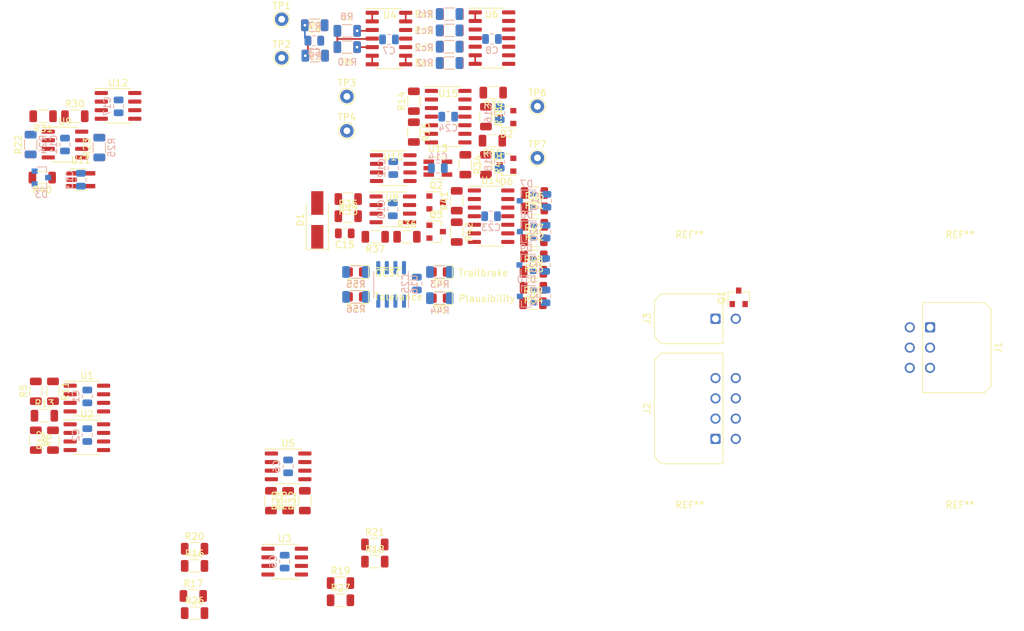
<source format=kicad_pcb>
(kicad_pcb (version 20171130) (host pcbnew "(5.1.6)-1")
  (layers (0 F.Cu signal) (31 B.Cu signal) (34 B.Paste user) (35 F.Paste user) (36 B.SilkS user) (37 F.SilkS user) (38 B.Mask user) (39 F.Mask user) (44 Edge.Cuts user))
  (net 0 "")
  (net 1 GND)
  (net 2 VCC)
  (net 3 /TPS_1_RAW)
  (net 4 /TPS_2_RAW)
  (net 5 "Net-(C15-Pad1)")
  (net 6 "Net-(D1-Pad1)")
  (net 7 "Net-(D1-Pad2)")
  (net 8 "Net-(D2-Pad1)")
  (net 9 /BRK_IN)
  (net 10 /TOL_FLT)
  (net 11 /BND_FLT)
  (net 12 +5V)
  (net 13 /TPS_1_IN)
  (net 14 /TPS_2_IN)
  (net 15 /Vmin_1)
  (net 16 /Vmin_2)
  (net 17 /OC)
  (net 18 /SC)
  (net 19 /TPS_1)
  (net 20 "Net-(R14-Pad1)")
  (net 21 /TPS_2)
  (net 22 "Net-(R16-Pad1)")
  (net 23 "Net-(R17-Pad1)")
  (net 24 "Net-(R18-Pad1)")
  (net 25 "Net-(R19-Pad1)")
  (net 26 "Net-(R22-Pad1)")
  (net 27 "Net-(R23-Pad1)")
  (net 28 "Net-(R26-Pad2)")
  (net 29 "Net-(R27-Pad2)")
  (net 30 /Tolerance)
  (net 31 "Net-(R30-Pad2)")
  (net 32 "Net-(R31-Pad2)")
  (net 33 "Net-(R34-Pad1)")
  (net 34 "Net-(R36-Pad1)")
  (net 35 "Net-(R38-Pad2)")
  (net 36 "Net-(Rc1-Pad2)")
  (net 37 "Net-(Rc2-Pad2)")
  (net 38 "Net-(Rd1-Pad2)")
  (net 39 "Net-(Rd2-Pad2)")
  (net 40 "Net-(Re1-Pad2)")
  (net 41 "Net-(Re1-Pad1)")
  (net 42 "Net-(Re2-Pad2)")
  (net 43 "Net-(Re2-Pad1)")
  (net 44 "Net-(Rf1-Pad2)")
  (net 45 "Net-(Rf2-Pad2)")
  (net 46 /APPS_SIG)
  (net 47 "Net-(U8-Pad7)")
  (net 48 "Net-(U11-Pad4)")
  (net 49 "Net-(U12-Pad7)")
  (net 50 "Net-(U10-Pad7)")
  (net 51 "Net-(U12-Pad5)")
  (net 52 /APPS_OUT_1)
  (net 53 /APPS_OUT_2)
  (net 54 /TRAIL)
  (net 55 /~TRAIL)
  (net 56 /PLAUS)
  (net 57 /~PLAUS)
  (net 58 /BRK)
  (net 59 "Net-(D4-Pad2)")
  (net 60 "Net-(D4-Pad1)")
  (net 61 "Net-(D5-Pad1)")
  (net 62 "Net-(D5-Pad2)")
  (net 63 "Net-(D6-Pad1)")
  (net 64 "Net-(D7-Pad1)")
  (net 65 "Net-(D8-Pad1)")
  (net 66 "Net-(D9-Pad1)")
  (net 67 "Net-(D10-Pad1)")
  (net 68 "Net-(D11-Pad2)")
  (net 69 "Net-(D11-Pad1)")
  (net 70 "Net-(D12-Pad1)")
  (net 71 "Net-(D12-Pad2)")
  (net 72 "Net-(J2-Pad8)")
  (net 73 /TRAILBRAKE)
  (net 74 "Net-(Q2-Pad3)")
  (net 75 "Net-(Q3-Pad3)")
  (net 76 /PLAUSIBILITY)
  (net 77 "Net-(R45-Pad2)")
  (net 78 "Net-(R47-Pad2)")
  (net 79 "Net-(R49-Pad2)")
  (net 80 "Net-(U15-Pad1)")
  (module TestPoint:TestPoint_THTPad_D2.0mm_Drill1.0mm (layer F.Cu) (at 173.0375 58.7375)
    (fp_text reference TP7 (at 0 -1.998) (layer F.SilkS))
    (fp_text value TestPoint)
    (pad 1 thru_hole circle (at 0 0) (size 2 2) (drill 1) (layers *.Cu *.Mask) (net 53 /APPS_OUT_2))
  )
  (module TestPoint:TestPoint_THTPad_D2.0mm_Drill1.0mm (layer F.Cu) (at 173.0375 51.1175)
    (fp_text reference TP6 (at 0 -1.998) (layer F.SilkS))
    (fp_text value TestPoint)
    (pad 1 thru_hole circle (at 0 0) (size 2 2) (drill 1) (layers *.Cu *.Mask) (net 52 /APPS_OUT_1))
  )
  (module TestPoint:TestPoint_THTPad_D2.0mm_Drill1.0mm (layer F.Cu) (at 144.8435 54.737)
    (fp_text reference TP4 (at 0 -1.998) (layer F.SilkS))
    (fp_text value TestPoint)
    (pad 1 thru_hole circle (at 0 0) (size 2 2) (drill 1) (layers *.Cu *.Mask) (net 21 /TPS_2))
  )
  (module TestPoint:TestPoint_THTPad_D2.0mm_Drill1.0mm (layer F.Cu) (at 144.8435 49.657)
    (fp_text reference TP3 (at 0 -1.998) (layer F.SilkS))
    (fp_text value TestPoint)
    (pad 1 thru_hole circle (at 0 0) (size 2 2) (drill 1) (layers *.Cu *.Mask) (net 19 /TPS_1))
  )
  (module TestPoint:TestPoint_THTPad_D2.0mm_Drill1.0mm (layer F.Cu) (at 135.1915 43.942)
    (fp_text reference TP2 (at 0 -1.998) (layer F.SilkS))
    (fp_text value TPS2_IN)
    (pad 1 thru_hole circle (at 0 0) (size 2 2) (drill 1) (layers *.Cu *.Mask) (net 14 /TPS_2_IN))
  )
  (module TestPoint:TestPoint_THTPad_D2.0mm_Drill1.0mm (layer F.Cu) (at 135.1915 38.227)
    (fp_text reference TP1 (at 0 -1.998) (layer F.SilkS))
    (fp_text value TPS1_IN)
    (pad 1 thru_hole circle (at 0 0) (size 2 2) (drill 1) (layers *.Cu *.Mask) (net 13 /TPS_1_IN))
  )
  (module MountingHole:MountingHole_3.2mm_M3 (layer F.Cu) (at 195.58 74.3)
    (fp_text reference REF** (at 0 -4.2) (layer F.SilkS))
    (fp_text value MountingHole_3.2mm_M3)
    (pad 1 np_thru_hole circle (at 0 0) (size 3.2 3.2) (drill 3.2) (layers *.Cu *.Mask))
  )
  (module MountingHole:MountingHole_3.2mm_M3 (layer F.Cu) (at 235.58 74.3)
    (fp_text reference REF** (at 0 -4.2) (layer F.SilkS))
    (fp_text value MountingHole_3.2mm_M3)
    (pad 1 np_thru_hole circle (at 0 0) (size 3.2 3.2) (drill 3.2) (layers *.Cu *.Mask))
  )
  (module MountingHole:MountingHole_3.2mm_M3 (layer F.Cu) (at 235.58 114.3)
    (fp_text reference REF** (at 0 -4.2) (layer F.SilkS))
    (fp_text value MountingHole_3.2mm_M3)
    (pad 1 np_thru_hole circle (at 0 0) (size 3.2 3.2) (drill 3.2) (layers *.Cu *.Mask))
  )
  (module MountingHole:MountingHole_3.2mm_M3 (layer F.Cu) (at 195.58 114.3)
    (fp_text reference REF** (at 0 -4.2) (layer F.SilkS))
    (fp_text value MountingHole_3.2mm_M3)
    (pad 1 np_thru_hole circle (at 0 0) (size 3.2 3.2) (drill 3.2) (layers *.Cu *.Mask))
  )
  (module Capacitor_SMD:C_0805_2012Metric (layer B.Cu) (at 106.426 94.046 270)
    (fp_text reference C1 (at 0 1.68 90) (layer B.SilkS) (effects (justify mirror)))
    (fp_text value 0.1uF)
    (pad 2 smd roundrect (at 0.95 0 270) (size 1 1.45) (layers B.Cu B.Paste B.Mask) (net 1 GND))
    (pad 1 smd roundrect (at -0.95 0 270) (size 1 1.45) (layers B.Cu B.Paste B.Mask) (net 2 VCC))
  )
  (module Capacitor_SMD:C_0805_2012Metric (layer B.Cu) (at 106.426 99.761 270)
    (fp_text reference C2 (at 0 1.68 90) (layer B.SilkS) (effects (justify mirror)))
    (fp_text value 0.1uF)
    (pad 2 smd roundrect (at 0.95 0 270) (size 1 1.45) (layers B.Cu B.Paste B.Mask) (net 1 GND))
    (pad 1 smd roundrect (at -0.95 0 270) (size 1 1.45) (layers B.Cu B.Paste B.Mask) (net 2 VCC))
  )
  (module Capacitor_SMD:C_0805_2012Metric (layer B.Cu) (at 140.0175 41.402)
    (fp_text reference C3 (at 0 1.68) (layer B.SilkS) (effects (justify mirror)))
    (fp_text value C)
    (pad 2 smd roundrect (at 0.95 0) (size 1 1.45) (layers B.Cu B.Paste B.Mask) (net 1 GND))
    (pad 1 smd roundrect (at -0.95 0) (size 1 1.45) (layers B.Cu B.Paste B.Mask) (net 3 /TPS_1_RAW))
  )
  (module Capacitor_SMD:C_0805_2012Metric (layer F.Cu) (at 140.0175 41.402)
    (fp_text reference C4 (at 0 -1.68) (layer F.SilkS))
    (fp_text value C)
    (pad 2 smd roundrect (at 0.95 0) (size 1 1.45) (layers F.Cu F.Paste F.Mask) (net 1 GND))
    (pad 1 smd roundrect (at -0.95 0) (size 1 1.45) (layers F.Cu F.Paste F.Mask) (net 4 /TPS_2_RAW))
  )
  (module Capacitor_SMD:C_0805_2012Metric (layer B.Cu) (at 135.636 118.491 270)
    (fp_text reference C5 (at 0 1.68 90) (layer B.SilkS) (effects (justify mirror)))
    (fp_text value 0.1uF)
    (pad 1 smd roundrect (at -0.95 0 270) (size 1 1.45) (layers B.Cu B.Paste B.Mask) (net 2 VCC))
    (pad 2 smd roundrect (at 0.95 0 270) (size 1 1.45) (layers B.Cu B.Paste B.Mask) (net 1 GND))
  )
  (module Capacitor_SMD:C_0805_2012Metric (layer B.Cu) (at 136.144 104.394 270)
    (fp_text reference C6 (at 0 1.68 90) (layer B.SilkS) (effects (justify mirror)))
    (fp_text value 0.1uF)
    (pad 1 smd roundrect (at -0.95 0 270) (size 1 1.45) (layers B.Cu B.Paste B.Mask) (net 2 VCC))
    (pad 2 smd roundrect (at 0.95 0 270) (size 1 1.45) (layers B.Cu B.Paste B.Mask) (net 1 GND))
  )
  (module Capacitor_SMD:C_0805_2012Metric (layer B.Cu) (at 151.0665 41.2115)
    (fp_text reference C7 (at 0 1.68) (layer B.SilkS) (effects (justify mirror)))
    (fp_text value 0.1uF)
    (pad 1 smd roundrect (at -0.95 0) (size 1 1.45) (layers B.Cu B.Paste B.Mask) (net 2 VCC))
    (pad 2 smd roundrect (at 0.95 0) (size 1 1.45) (layers B.Cu B.Paste B.Mask) (net 1 GND))
  )
  (module Capacitor_SMD:C_0805_2012Metric (layer B.Cu) (at 166.3065 41.148)
    (fp_text reference C8 (at 0 1.68) (layer B.SilkS) (effects (justify mirror)))
    (fp_text value 0.1uF)
    (pad 1 smd roundrect (at -0.95 0) (size 1 1.45) (layers B.Cu B.Paste B.Mask) (net 2 VCC))
    (pad 2 smd roundrect (at 0.95 0) (size 1 1.45) (layers B.Cu B.Paste B.Mask) (net 1 GND))
  )
  (module Capacitor_SMD:C_0805_2012Metric (layer B.Cu) (at 151.638 66.3575 270)
    (fp_text reference C10 (at 0 1.68 90) (layer B.SilkS) (effects (justify mirror)))
    (fp_text value 0.1uF)
    (pad 1 smd roundrect (at -0.95 0 270) (size 1 1.45) (layers B.Cu B.Paste B.Mask) (net 2 VCC))
    (pad 2 smd roundrect (at 0.95 0 270) (size 1 1.45) (layers B.Cu B.Paste B.Mask) (net 1 GND))
  )
  (module Capacitor_SMD:C_0805_2012Metric (layer B.Cu) (at 103.124 56.769 270)
    (fp_text reference C11 (at 0 1.68 90) (layer B.SilkS) (effects (justify mirror)))
    (fp_text value 0.1uF)
    (pad 2 smd roundrect (at 0.95 0 270) (size 1 1.45) (layers B.Cu B.Paste B.Mask) (net 1 GND))
    (pad 1 smd roundrect (at -0.95 0 270) (size 1 1.45) (layers B.Cu B.Paste B.Mask) (net 2 VCC))
  )
  (module Capacitor_SMD:C_0805_2012Metric (layer B.Cu) (at 151.7015 60.2615 270)
    (fp_text reference C12 (at 0 1.68 90) (layer B.SilkS) (effects (justify mirror)))
    (fp_text value 0.1uF)
    (pad 2 smd roundrect (at 0.95 0 270) (size 1 1.45) (layers B.Cu B.Paste B.Mask) (net 1 GND))
    (pad 1 smd roundrect (at -0.95 0 270) (size 1 1.45) (layers B.Cu B.Paste B.Mask) (net 2 VCC))
  )
  (module Capacitor_SMD:C_0805_2012Metric (layer B.Cu) (at 105.4735 61.976 270)
    (fp_text reference C13 (at 0 1.68 90) (layer B.SilkS) (effects (justify mirror)))
    (fp_text value 0.1uF)
    (pad 1 smd roundrect (at -0.95 0 270) (size 1 1.45) (layers B.Cu B.Paste B.Mask) (net 2 VCC))
    (pad 2 smd roundrect (at 0.95 0 270) (size 1 1.45) (layers B.Cu B.Paste B.Mask) (net 1 GND))
  )
  (module Capacitor_SMD:C_0805_2012Metric (layer B.Cu) (at 158.3055 60.2615 180)
    (fp_text reference C14 (at 0 1.68) (layer B.SilkS) (effects (justify mirror)))
    (fp_text value 0.1uF)
    (pad 2 smd roundrect (at 0.95 0 180) (size 1 1.45) (layers B.Cu B.Paste B.Mask) (net 1 GND))
    (pad 1 smd roundrect (at -0.95 0 180) (size 1 1.45) (layers B.Cu B.Paste B.Mask) (net 2 VCC))
  )
  (module Capacitor_SMD:C_0805_2012Metric (layer F.Cu) (at 144.526 69.9135 180)
    (fp_text reference C15 (at 0 -1.68) (layer F.SilkS))
    (fp_text value 2.2uF)
    (pad 2 smd roundrect (at 0.95 0 180) (size 1 1.45) (layers F.Cu F.Paste F.Mask) (net 1 GND))
    (pad 1 smd roundrect (at -0.95 0 180) (size 1 1.45) (layers F.Cu F.Paste F.Mask) (net 5 "Net-(C15-Pad1)"))
  )
  (module Capacitor_SMD:C_0805_2012Metric (layer B.Cu) (at 167.4495 52.1335 270)
    (fp_text reference C16 (at 0 1.68 270) (layer B.SilkS) (effects (justify mirror)))
    (fp_text value 47pF)
    (pad 2 smd roundrect (at 0.95 0 270) (size 1 1.45) (layers B.Cu B.Paste B.Mask) (net 1 GND))
    (pad 1 smd roundrect (at -0.95 0 270) (size 1 1.45) (layers B.Cu B.Paste B.Mask) (net 52 /APPS_OUT_1))
  )
  (module Capacitor_SMD:C_0805_2012Metric (layer B.Cu) (at 111.0615 51.1175 270)
    (fp_text reference C17 (at 0 1.68 90) (layer B.SilkS) (effects (justify mirror)))
    (fp_text value CP1_Small)
    (pad 1 smd roundrect (at -0.95 0 270) (size 1 1.45) (layers B.Cu B.Paste B.Mask) (net 2 VCC))
    (pad 2 smd roundrect (at 0.95 0 270) (size 1 1.45) (layers B.Cu B.Paste B.Mask) (net 1 GND))
  )
  (module Capacitor_SMD:C_0805_2012Metric (layer B.Cu) (at 167.4495 59.3115 270)
    (fp_text reference C18 (at 0 1.68 90) (layer B.SilkS) (effects (justify mirror)))
    (fp_text value 47pF)
    (pad 1 smd roundrect (at -0.95 0 270) (size 1 1.45) (layers B.Cu B.Paste B.Mask) (net 53 /APPS_OUT_2))
    (pad 2 smd roundrect (at 0.95 0 270) (size 1 1.45) (layers B.Cu B.Paste B.Mask) (net 1 GND))
  )
  (module Capacitor_SMD:C_0805_2012Metric (layer B.Cu) (at 174.371 65.0875 270)
    (fp_text reference C19 (at 0 1.68 90) (layer B.SilkS) (effects (justify mirror)))
    (fp_text value 47pF)
    (pad 1 smd roundrect (at -0.95 0 270) (size 1 1.45) (layers B.Cu B.Paste B.Mask) (net 54 /TRAIL))
    (pad 2 smd roundrect (at 0.95 0 270) (size 1 1.45) (layers B.Cu B.Paste B.Mask) (net 1 GND))
  )
  (module Capacitor_SMD:C_0805_2012Metric (layer B.Cu) (at 174.244 69.6595 270)
    (fp_text reference C20 (at 0 1.68 90) (layer B.SilkS) (effects (justify mirror)))
    (fp_text value 47pF)
    (pad 1 smd roundrect (at -0.95 0 270) (size 1 1.45) (layers B.Cu B.Paste B.Mask) (net 55 /~TRAIL))
    (pad 2 smd roundrect (at 0.95 0 270) (size 1 1.45) (layers B.Cu B.Paste B.Mask) (net 1 GND))
  )
  (module Capacitor_SMD:C_0805_2012Metric (layer B.Cu) (at 174.1678 74.5871 270)
    (fp_text reference C21 (at 0 1.68 270) (layer B.SilkS) (effects (justify mirror)))
    (fp_text value 47pF)
    (pad 1 smd roundrect (at -0.95 0 270) (size 1 1.45) (layers B.Cu B.Paste B.Mask) (net 56 /PLAUS))
    (pad 2 smd roundrect (at 0.95 0 270) (size 1 1.45) (layers B.Cu B.Paste B.Mask) (net 1 GND))
  )
  (module Capacitor_SMD:C_0805_2012Metric (layer B.Cu) (at 174.2313 79.2353 270)
    (fp_text reference C22 (at 0 1.68 90) (layer B.SilkS) (effects (justify mirror)))
    (fp_text value 47pF)
    (pad 1 smd roundrect (at -0.95 0 270) (size 1 1.45) (layers B.Cu B.Paste B.Mask) (net 57 /~PLAUS))
    (pad 2 smd roundrect (at 0.95 0 270) (size 1 1.45) (layers B.Cu B.Paste B.Mask) (net 1 GND))
  )
  (module Capacitor_SMD:C_0805_2012Metric (layer B.Cu) (at 166.1795 67.3735)
    (fp_text reference C23 (at 0 1.68) (layer B.SilkS) (effects (justify mirror)))
    (fp_text value 0.1uF)
    (pad 1 smd roundrect (at -0.95 0) (size 1 1.45) (layers B.Cu B.Paste B.Mask) (net 2 VCC))
    (pad 2 smd roundrect (at 0.95 0) (size 1 1.45) (layers B.Cu B.Paste B.Mask) (net 1 GND))
  )
  (module Capacitor_SMD:C_0805_2012Metric (layer B.Cu) (at 159.8295 52.6415)
    (fp_text reference C24 (at 0 1.68) (layer B.SilkS) (effects (justify mirror)))
    (fp_text value 0.1uF)
    (pad 2 smd roundrect (at 0.95 0) (size 1 1.45) (layers B.Cu B.Paste B.Mask) (net 1 GND))
    (pad 1 smd roundrect (at -0.95 0) (size 1 1.45) (layers B.Cu B.Paste B.Mask) (net 2 VCC))
  )
  (module Capacitor_SMD:C_0805_2012Metric (layer B.Cu) (at 155.194 77.343 270)
    (fp_text reference C25 (at 0 1.68 90) (layer B.SilkS) (effects (justify mirror)))
    (fp_text value 0.1uF)
    (pad 1 smd roundrect (at -0.95 0 270) (size 1 1.45) (layers B.Cu B.Paste B.Mask) (net 2 VCC))
    (pad 2 smd roundrect (at 0.95 0 270) (size 1 1.45) (layers B.Cu B.Paste B.Mask) (net 1 GND))
  )
  (module Diode_SMD:D_SMA_Handsoldering (layer F.Cu) (at 140.462 67.9215 90)
    (fp_text reference D1 (at 0 -2.5 90) (layer F.SilkS))
    (fp_text value D)
    (pad 1 smd rect (at -2.5 0 90) (size 3.5 1.8) (layers F.Cu F.Paste F.Mask) (net 6 "Net-(D1-Pad1)"))
    (pad 2 smd rect (at 2.5 0 90) (size 3.5 1.8) (layers F.Cu F.Paste F.Mask) (net 7 "Net-(D1-Pad2)"))
  )
  (module Diode_SMD:D_SOT-23_ANK (layer F.Cu) (at 168.4655 52.7075 180)
    (fp_text reference D2 (at 0 -2.5) (layer F.SilkS))
    (fp_text value D_Zener)
    (pad 1 smd rect (at 1 0 180) (size 0.9 0.8) (layers F.Cu F.Paste F.Mask) (net 8 "Net-(D2-Pad1)"))
    (pad "" smd rect (at -1 0.95 180) (size 0.9 0.8) (layers F.Cu F.Paste F.Mask))
    (pad 2 smd rect (at -1 -0.95 180) (size 0.9 0.8) (layers F.Cu F.Paste F.Mask) (net 1 GND))
  )
  (module Diode_SMD:D_SOT-23_ANK (layer B.Cu) (at 99.6315 61.6585)
    (fp_text reference D3 (at 0 2.5 180) (layer B.SilkS) (effects (justify mirror)))
    (fp_text value D_Zener-Device)
    (pad 2 smd rect (at -1 0.95) (size 0.9 0.8) (layers B.Cu B.Paste B.Mask) (net 1 GND))
    (pad "" smd rect (at -1 -0.95) (size 0.9 0.8) (layers B.Cu B.Paste B.Mask))
    (pad 1 smd rect (at 1 0) (size 0.9 0.8) (layers B.Cu B.Paste B.Mask) (net 58 /BRK))
  )
  (module LED_SMD:LED_0805_2012Metric_Pad1.15x1.40mm_HandSolder (layer F.Cu) (at 158.5849 75.6285 180)
    (fp_text reference D4 (at 0 -1.65) (layer F.SilkS))
    (fp_text value Trailbrake (at -6.4262 -0.127) (layer F.SilkS))
    (pad 2 smd roundrect (at 1.025 0 180) (size 1.15 1.4) (layers F.Cu F.Paste F.Mask) (roundrect_rratio 0.217391) (net 59 "Net-(D4-Pad2)"))
    (pad 1 smd roundrect (at -1.025 0 180) (size 1.15 1.4) (layers F.Cu F.Paste F.Mask) (roundrect_rratio 0.217391) (net 60 "Net-(D4-Pad1)"))
  )
  (module LED_SMD:LED_0805_2012Metric_Pad1.15x1.40mm_HandSolder (layer F.Cu) (at 158.5849 79.502 180)
    (fp_text reference D5 (at 0 -1.65) (layer F.SilkS))
    (fp_text value Plausibility (at -6.9596 -0.0635) (layer F.SilkS))
    (pad 1 smd roundrect (at -1.025 0 180) (size 1.15 1.4) (layers F.Cu F.Paste F.Mask) (roundrect_rratio 0.217391) (net 61 "Net-(D5-Pad1)"))
    (pad 2 smd roundrect (at 1.025 0 180) (size 1.15 1.4) (layers F.Cu F.Paste F.Mask) (roundrect_rratio 0.217391) (net 62 "Net-(D5-Pad2)"))
  )
  (module Diode_SMD:D_SOT-23_ANK (layer F.Cu) (at 168.4655 59.7535 180)
    (fp_text reference D6 (at 0 -2.5) (layer F.SilkS))
    (fp_text value D_Zener)
    (pad 1 smd rect (at 1 0 180) (size 0.9 0.8) (layers F.Cu F.Paste F.Mask) (net 63 "Net-(D6-Pad1)"))
    (pad "" smd rect (at -1 0.95 180) (size 0.9 0.8) (layers F.Cu F.Paste F.Mask))
    (pad 2 smd rect (at -1 -0.95 180) (size 0.9 0.8) (layers F.Cu F.Paste F.Mask) (net 1 GND))
  )
  (module Diode_SMD:D_SOT-23_ANK (layer B.Cu) (at 171.434 65.0875 180)
    (fp_text reference D7 (at 0 2.5) (layer B.SilkS) (effects (justify mirror)))
    (fp_text value D_Zener)
    (pad 2 smd rect (at -1 0.95 180) (size 0.9 0.8) (layers B.Cu B.Paste B.Mask) (net 1 GND))
    (pad "" smd rect (at -1 -0.95 180) (size 0.9 0.8) (layers B.Cu B.Paste B.Mask))
    (pad 1 smd rect (at 1 0 180) (size 0.9 0.8) (layers B.Cu B.Paste B.Mask) (net 64 "Net-(D7-Pad1)"))
  )
  (module Diode_SMD:D_SOT-23_ANK (layer B.Cu) (at 171.45 69.6595 180)
    (fp_text reference D8 (at 0 2.5) (layer B.SilkS) (effects (justify mirror)))
    (fp_text value D_Zener)
    (pad 2 smd rect (at -1 0.95 180) (size 0.9 0.8) (layers B.Cu B.Paste B.Mask) (net 1 GND))
    (pad "" smd rect (at -1 -0.95 180) (size 0.9 0.8) (layers B.Cu B.Paste B.Mask))
    (pad 1 smd rect (at 1 0 180) (size 0.9 0.8) (layers B.Cu B.Paste B.Mask) (net 65 "Net-(D8-Pad1)"))
  )
  (module Diode_SMD:D_SOT-23_ANK (layer B.Cu) (at 171.3738 74.5871 180)
    (fp_text reference D9 (at 0 2.5) (layer B.SilkS) (effects (justify mirror)))
    (fp_text value D_Zener)
    (pad 1 smd rect (at 1 0 180) (size 0.9 0.8) (layers B.Cu B.Paste B.Mask) (net 66 "Net-(D9-Pad1)"))
    (pad "" smd rect (at -1 -0.95 180) (size 0.9 0.8) (layers B.Cu B.Paste B.Mask))
    (pad 2 smd rect (at -1 0.95 180) (size 0.9 0.8) (layers B.Cu B.Paste B.Mask) (net 1 GND))
  )
  (module Diode_SMD:D_SOT-23_ANK (layer B.Cu) (at 171.4373 79.2353 180)
    (fp_text reference D10 (at 0 2.5) (layer B.SilkS) (effects (justify mirror)))
    (fp_text value D_Zener)
    (pad 2 smd rect (at -1 0.95 180) (size 0.9 0.8) (layers B.Cu B.Paste B.Mask) (net 1 GND))
    (pad "" smd rect (at -1 -0.95 180) (size 0.9 0.8) (layers B.Cu B.Paste B.Mask))
    (pad 1 smd rect (at 1 0 180) (size 0.9 0.8) (layers B.Cu B.Paste B.Mask) (net 67 "Net-(D10-Pad1)"))
  )
  (module LED_SMD:LED_0805_2012Metric_Pad1.15x1.40mm_HandSolder (layer F.Cu) (at 146.177 75.6285 180)
    (fp_text reference D11 (at 0 -1.65) (layer F.SilkS))
    (fp_text value ~OCSC (at -4.826 -0.1905) (layer F.SilkS))
    (pad 2 smd roundrect (at 1.025 0 180) (size 1.15 1.4) (layers F.Cu F.Paste F.Mask) (roundrect_rratio 0.217391) (net 68 "Net-(D11-Pad2)"))
    (pad 1 smd roundrect (at -1.025 0 180) (size 1.15 1.4) (layers F.Cu F.Paste F.Mask) (roundrect_rratio 0.217391) (net 69 "Net-(D11-Pad1)"))
  )
  (module LED_SMD:LED_0805_2012Metric_Pad1.15x1.40mm_HandSolder (layer F.Cu) (at 146.177 79.3115 180)
    (fp_text reference D12 (at 0 -1.65) (layer F.SilkS))
    (fp_text value Tolerance (at -6.2865 0) (layer F.SilkS))
    (pad 1 smd roundrect (at -1.025 0 180) (size 1.15 1.4) (layers F.Cu F.Paste F.Mask) (roundrect_rratio 0.217391) (net 70 "Net-(D12-Pad1)"))
    (pad 2 smd roundrect (at 1.025 0 180) (size 1.15 1.4) (layers F.Cu F.Paste F.Mask) (roundrect_rratio 0.217391) (net 71 "Net-(D12-Pad2)"))
  )
  (module Connector_Molex:Molex_Micro-Fit_3.0_43045-0600_2x03_P3.00mm_Horizontal (layer F.Cu) (at 231.14 83.82 270)
    (fp_text reference J1 (at 3 -10.12 90) (layer F.SilkS))
    (fp_text value Conn_01x06_Female)
    (pad "" np_thru_hole circle (at 3 -4.32 270) (size 3 3) (drill 3) (layers *.Cu *.Mask))
    (pad 1 thru_hole roundrect (at 0 0 270) (size 1.5 1.5) (drill 1.02) (layers *.Cu *.Mask) (roundrect_rratio 0.166667) (net 52 /APPS_OUT_1))
    (pad 2 thru_hole circle (at 3 0 270) (size 1.5 1.5) (drill 1.02) (layers *.Cu *.Mask) (net 53 /APPS_OUT_2))
    (pad 3 thru_hole circle (at 6 0 270) (size 1.5 1.5) (drill 1.02) (layers *.Cu *.Mask) (net 54 /TRAIL))
    (pad 4 thru_hole circle (at 0 3 270) (size 1.5 1.5) (drill 1.02) (layers *.Cu *.Mask) (net 55 /~TRAIL))
    (pad 5 thru_hole circle (at 3 3 270) (size 1.5 1.5) (drill 1.02) (layers *.Cu *.Mask) (net 56 /PLAUS))
    (pad 6 thru_hole circle (at 6 3 270) (size 1.5 1.5) (drill 1.02) (layers *.Cu *.Mask) (net 57 /~PLAUS))
  )
  (module Connector_Molex:Molex_Micro-Fit_3.0_43045-0800_2x04_P3.00mm_Horizontal (layer F.Cu) (at 199.39 100.33 90)
    (fp_text reference J2 (at 4.5 -10.12 90) (layer F.SilkS))
    (fp_text value Conn_01x08_Female)
    (pad "" np_thru_hole circle (at 2.16 -4.32 90) (size 3 3) (drill 3) (layers *.Cu *.Mask))
    (pad "" np_thru_hole circle (at 6.86 -4.32 90) (size 3 3) (drill 3) (layers *.Cu *.Mask))
    (pad 1 thru_hole roundrect (at 0 0 90) (size 1.5 1.5) (drill 1.02) (layers *.Cu *.Mask) (roundrect_rratio 0.166667) (net 2 VCC))
    (pad 2 thru_hole circle (at 3 0 90) (size 1.5 1.5) (drill 1.02) (layers *.Cu *.Mask) (net 2 VCC))
    (pad 3 thru_hole circle (at 6 0 90) (size 1.5 1.5) (drill 1.02) (layers *.Cu *.Mask) (net 1 GND))
    (pad 4 thru_hole circle (at 9 0 90) (size 1.5 1.5) (drill 1.02) (layers *.Cu *.Mask) (net 1 GND))
    (pad 5 thru_hole circle (at 0 3 90) (size 1.5 1.5) (drill 1.02) (layers *.Cu *.Mask) (net 13 /TPS_1_IN))
    (pad 6 thru_hole circle (at 3 3 90) (size 1.5 1.5) (drill 1.02) (layers *.Cu *.Mask) (net 14 /TPS_2_IN))
    (pad 7 thru_hole circle (at 6 3 90) (size 1.5 1.5) (drill 1.02) (layers *.Cu *.Mask) (net 9 /BRK_IN))
    (pad 8 thru_hole circle (at 9 3 90) (size 1.5 1.5) (drill 1.02) (layers *.Cu *.Mask) (net 72 "Net-(J2-Pad8)"))
  )
  (module Connector_Molex:Molex_Micro-Fit_3.0_43045-0200_2x01_P3.00mm_Horizontal (layer F.Cu) (at 199.39 82.55 90)
    (fp_text reference J3 (at 0 -10.12 90) (layer F.SilkS))
    (fp_text value Conn_01x02_Female)
    (pad "" np_thru_hole circle (at 0 -4.32 90) (size 3 3) (drill 3) (layers *.Cu *.Mask))
    (pad 1 thru_hole roundrect (at 0 0 90) (size 1.5 1.5) (drill 1.02) (layers *.Cu *.Mask) (roundrect_rratio 0.166667) (net 12 +5V))
    (pad 2 thru_hole circle (at 0 3 90) (size 1.5 1.5) (drill 1.02) (layers *.Cu *.Mask) (net 1 GND))
  )
  (module Package_TO_SOT_SMD:SOT-23 (layer F.Cu) (at 202.819 79.375 90)
    (fp_text reference Q1 (at 0 -2.5 90) (layer F.SilkS))
    (fp_text value Q_PMOS_DGS)
    (pad 1 smd rect (at -1 -0.95 90) (size 0.9 0.8) (layers F.Cu F.Paste F.Mask) (net 12 +5V))
    (pad 2 smd rect (at -1 0.95 90) (size 0.9 0.8) (layers F.Cu F.Paste F.Mask) (net 1 GND))
    (pad 3 smd rect (at 1 0 90) (size 0.9 0.8) (layers F.Cu F.Paste F.Mask) (net 2 VCC))
  )
  (module Package_TO_SOT_SMD:SOT-23 (layer F.Cu) (at 158.0515 65.3415)
    (fp_text reference Q2 (at 0 -2.5) (layer F.SilkS))
    (fp_text value 2N7002)
    (pad 1 smd rect (at -1 -0.95) (size 0.9 0.8) (layers F.Cu F.Paste F.Mask) (net 73 /TRAILBRAKE))
    (pad 2 smd rect (at -1 0.95) (size 0.9 0.8) (layers F.Cu F.Paste F.Mask) (net 1 GND))
    (pad 3 smd rect (at 1 0) (size 0.9 0.8) (layers F.Cu F.Paste F.Mask) (net 74 "Net-(Q2-Pad3)"))
  )
  (module Package_TO_SOT_SMD:SOT-23 (layer F.Cu) (at 158.0515 69.6595)
    (fp_text reference Q3 (at 0 -2.5) (layer F.SilkS))
    (fp_text value 2N7002)
    (pad 3 smd rect (at 1 0) (size 0.9 0.8) (layers F.Cu F.Paste F.Mask) (net 75 "Net-(Q3-Pad3)"))
    (pad 2 smd rect (at -1 0.95) (size 0.9 0.8) (layers F.Cu F.Paste F.Mask) (net 1 GND))
    (pad 1 smd rect (at -1 -0.95) (size 0.9 0.8) (layers F.Cu F.Paste F.Mask) (net 76 /PLAUSIBILITY))
  )
  (module Resistor_SMD:R_1206_3216Metric (layer F.Cu) (at 140.081 39.116)
    (fp_text reference R1 (at 0.0635 0) (layer F.SilkS))
    (fp_text value R)
    (pad 2 smd roundrect (at 1.4625 0) (size 1.125 1.75) (layers F.Cu F.Paste F.Mask) (roundrect_rratio 0.222222) (net 13 /TPS_1_IN))
    (pad 1 smd roundrect (at -1.4625 0) (size 1.125 1.75) (layers F.Cu F.Paste F.Mask) (roundrect_rratio 0.222222) (net 3 /TPS_1_RAW))
  )
  (module Resistor_SMD:R_1206_3216Metric (layer F.Cu) (at 144.8943 39.9415)
    (fp_text reference R2 (at -0.0508 -2.0955) (layer F.SilkS))
    (fp_text value 39k)
    (pad 2 smd roundrect (at 1.4625 0) (size 1.125 1.75) (layers F.Cu F.Paste F.Mask) (roundrect_rratio 0.222222) (net 15 /Vmin_1))
    (pad 1 smd roundrect (at -1.4625 0) (size 1.125 1.75) (layers F.Cu F.Paste F.Mask) (roundrect_rratio 0.222222) (net 2 VCC))
  )
  (module Resistor_SMD:R_1206_3216Metric (layer F.Cu) (at 140.1445 43.6245)
    (fp_text reference R3 (at 0 0.0635) (layer F.SilkS))
    (fp_text value R)
    (pad 2 smd roundrect (at 1.4625 0) (size 1.125 1.75) (layers F.Cu F.Paste F.Mask) (roundrect_rratio 0.222222) (net 14 /TPS_2_IN))
    (pad 1 smd roundrect (at -1.4625 0) (size 1.125 1.75) (layers F.Cu F.Paste F.Mask) (roundrect_rratio 0.222222) (net 4 /TPS_2_RAW))
  )
  (module Resistor_SMD:R_1206_3216Metric (layer F.Cu) (at 144.8816 42.3545)
    (fp_text reference R4 (at 0.0254 2.2225) (layer F.SilkS))
    (fp_text value 33k)
    (pad 1 smd roundrect (at -1.4625 0) (size 1.125 1.75) (layers F.Cu F.Paste F.Mask) (roundrect_rratio 0.222222) (net 2 VCC))
    (pad 2 smd roundrect (at 1.4625 0) (size 1.125 1.75) (layers F.Cu F.Paste F.Mask) (roundrect_rratio 0.222222) (net 16 /Vmin_2))
  )
  (module Resistor_SMD:R_1206_3216Metric (layer F.Cu) (at 98.806 93.2835 90)
    (fp_text reference R5 (at 0 -1.82 90) (layer F.SilkS))
    (fp_text value 100k)
    (pad 1 smd roundrect (at -1.4625 0 90) (size 1.125 1.75) (layers F.Cu F.Paste F.Mask) (roundrect_rratio 0.222222) (net 2 VCC))
    (pad 2 smd roundrect (at 1.4625 0 90) (size 1.125 1.75) (layers F.Cu F.Paste F.Mask) (roundrect_rratio 0.222222) (net 17 /OC))
  )
  (module Resistor_SMD:R_1206_3216Metric (layer F.Cu) (at 98.806 100.5185 270)
    (fp_text reference R6 (at 0 -1.82 90) (layer F.SilkS))
    (fp_text value 10k)
    (pad 2 smd roundrect (at 1.4625 0 270) (size 1.125 1.75) (layers F.Cu F.Paste F.Mask) (roundrect_rratio 0.222222) (net 18 /SC))
    (pad 1 smd roundrect (at -1.4625 0 270) (size 1.125 1.75) (layers F.Cu F.Paste F.Mask) (roundrect_rratio 0.222222) (net 2 VCC))
  )
  (module Resistor_SMD:R_1206_3216Metric (layer B.Cu) (at 140.083 39.116)
    (fp_text reference R7 (at 0 0.127) (layer B.SilkS) (effects (justify mirror)))
    (fp_text value R)
    (pad 1 smd roundrect (at -1.4625 0) (size 1.125 1.75) (layers B.Cu B.Paste B.Mask) (roundrect_rratio 0.222222) (net 3 /TPS_1_RAW))
    (pad 2 smd roundrect (at 1.4625 0) (size 1.125 1.75) (layers B.Cu B.Paste B.Mask) (roundrect_rratio 0.222222) (net 1 GND))
  )
  (module Resistor_SMD:R_1206_3216Metric (layer B.Cu) (at 144.8943 39.9415 180)
    (fp_text reference R8 (at 0.0508 2.0955) (layer B.SilkS) (effects (justify mirror)))
    (fp_text value 9.1k)
    (pad 1 smd roundrect (at -1.4625 0 180) (size 1.125 1.75) (layers B.Cu B.Paste B.Mask) (roundrect_rratio 0.222222) (net 15 /Vmin_1))
    (pad 2 smd roundrect (at 1.4625 0 180) (size 1.125 1.75) (layers B.Cu B.Paste B.Mask) (roundrect_rratio 0.222222) (net 1 GND))
  )
  (module Resistor_SMD:R_1206_3216Metric (layer B.Cu) (at 140.1445 43.6245)
    (fp_text reference R9 (at 0 0.0635) (layer B.SilkS) (effects (justify mirror)))
    (fp_text value R)
    (pad 2 smd roundrect (at 1.4625 0) (size 1.125 1.75) (layers B.Cu B.Paste B.Mask) (roundrect_rratio 0.222222) (net 1 GND))
    (pad 1 smd roundrect (at -1.4625 0) (size 1.125 1.75) (layers B.Cu B.Paste B.Mask) (roundrect_rratio 0.222222) (net 4 /TPS_2_RAW))
  )
  (module Resistor_SMD:R_1206_3216Metric (layer B.Cu) (at 144.8943 42.3418 180)
    (fp_text reference R10 (at -0.0127 -2.2352) (layer B.SilkS) (effects (justify mirror)))
    (fp_text value 15k)
    (pad 2 smd roundrect (at 1.4625 0 180) (size 1.125 1.75) (layers B.Cu B.Paste B.Mask) (roundrect_rratio 0.222222) (net 1 GND))
    (pad 1 smd roundrect (at -1.4625 0 180) (size 1.125 1.75) (layers B.Cu B.Paste B.Mask) (roundrect_rratio 0.222222) (net 16 /Vmin_2))
  )
  (module Resistor_SMD:R_1206_3216Metric (layer F.Cu) (at 101.346 93.2835 270)
    (fp_text reference R11 (at 0 -1.82 90) (layer F.SilkS))
    (fp_text value 10k)
    (pad 2 smd roundrect (at 1.4625 0 270) (size 1.125 1.75) (layers F.Cu F.Paste F.Mask) (roundrect_rratio 0.222222) (net 1 GND))
    (pad 1 smd roundrect (at -1.4625 0 270) (size 1.125 1.75) (layers F.Cu F.Paste F.Mask) (roundrect_rratio 0.222222) (net 17 /OC))
  )
  (module Resistor_SMD:R_1206_3216Metric (layer F.Cu) (at 101.346 100.5185 90)
    (fp_text reference R12 (at 0 -1.82 90) (layer F.SilkS))
    (fp_text value 100k)
    (pad 1 smd roundrect (at -1.4625 0 90) (size 1.125 1.75) (layers F.Cu F.Paste F.Mask) (roundrect_rratio 0.222222) (net 18 /SC))
    (pad 2 smd roundrect (at 1.4625 0 90) (size 1.125 1.75) (layers F.Cu F.Paste F.Mask) (roundrect_rratio 0.222222) (net 1 GND))
  )
  (module Resistor_SMD:R_1206_3216Metric (layer F.Cu) (at 100.076 96.901)
    (fp_text reference R13 (at 0 -1.82) (layer F.SilkS))
    (fp_text value 10k)
    (pad 2 smd roundrect (at 1.4625 0) (size 1.125 1.75) (layers F.Cu F.Paste F.Mask) (roundrect_rratio 0.222222) (net 11 /BND_FLT))
    (pad 1 smd roundrect (at -1.4625 0) (size 1.125 1.75) (layers F.Cu F.Paste F.Mask) (roundrect_rratio 0.222222) (net 2 VCC))
  )
  (module Resistor_SMD:R_1206_3216Metric (layer F.Cu) (at 154.7495 50.3555 90)
    (fp_text reference R14 (at 0 -1.82 90) (layer F.SilkS))
    (fp_text value 10k)
    (pad 1 smd roundrect (at -1.4625 0 90) (size 1.125 1.75) (layers F.Cu F.Paste F.Mask) (roundrect_rratio 0.222222) (net 20 "Net-(R14-Pad1)"))
    (pad 2 smd roundrect (at 1.4625 0 90) (size 1.125 1.75) (layers F.Cu F.Paste F.Mask) (roundrect_rratio 0.222222) (net 19 /TPS_1))
  )
  (module Resistor_SMD:R_1206_3216Metric (layer F.Cu) (at 154.7495 54.9275 270)
    (fp_text reference R15 (at 0 -1.82 90) (layer F.SilkS))
    (fp_text value 10k)
    (pad 1 smd roundrect (at -1.4625 0 270) (size 1.125 1.75) (layers F.Cu F.Paste F.Mask) (roundrect_rratio 0.222222) (net 20 "Net-(R14-Pad1)"))
    (pad 2 smd roundrect (at 1.4625 0 270) (size 1.125 1.75) (layers F.Cu F.Paste F.Mask) (roundrect_rratio 0.222222) (net 21 /TPS_2))
  )
  (module Resistor_SMD:R_1206_3216Metric (layer F.Cu) (at 122.301 119.126)
    (fp_text reference R16 (at 0 -1.82) (layer F.SilkS))
    (fp_text value 10k)
    (pad 1 smd roundrect (at -1.4625 0) (size 1.125 1.75) (layers F.Cu F.Paste F.Mask) (roundrect_rratio 0.222222) (net 22 "Net-(R16-Pad1)"))
    (pad 2 smd roundrect (at 1.4625 0) (size 1.125 1.75) (layers F.Cu F.Paste F.Mask) (roundrect_rratio 0.222222) (net 21 /TPS_2))
  )
  (module Resistor_SMD:R_1206_3216Metric (layer F.Cu) (at 122.1085 123.571)
    (fp_text reference R17 (at 0 -1.82) (layer F.SilkS))
    (fp_text value 10k)
    (pad 2 smd roundrect (at 1.4625 0) (size 1.125 1.75) (layers F.Cu F.Paste F.Mask) (roundrect_rratio 0.222222) (net 19 /TPS_1))
    (pad 1 smd roundrect (at -1.4625 0) (size 1.125 1.75) (layers F.Cu F.Paste F.Mask) (roundrect_rratio 0.222222) (net 23 "Net-(R17-Pad1)"))
  )
  (module Resistor_SMD:R_1206_3216Metric (layer F.Cu) (at 148.971 118.491)
    (fp_text reference R18 (at 0 -1.82) (layer F.SilkS))
    (fp_text value 10k)
    (pad 1 smd roundrect (at -1.4625 0) (size 1.125 1.75) (layers F.Cu F.Paste F.Mask) (roundrect_rratio 0.222222) (net 24 "Net-(R18-Pad1)"))
    (pad 2 smd roundrect (at 1.4625 0) (size 1.125 1.75) (layers F.Cu F.Paste F.Mask) (roundrect_rratio 0.222222) (net 19 /TPS_1))
  )
  (module Resistor_SMD:R_1206_3216Metric (layer F.Cu) (at 143.891 121.666)
    (fp_text reference R19 (at 0 -1.82) (layer F.SilkS))
    (fp_text value 10k)
    (pad 2 smd roundrect (at 1.4625 0) (size 1.125 1.75) (layers F.Cu F.Paste F.Mask) (roundrect_rratio 0.222222) (net 21 /TPS_2))
    (pad 1 smd roundrect (at -1.4625 0) (size 1.125 1.75) (layers F.Cu F.Paste F.Mask) (roundrect_rratio 0.222222) (net 25 "Net-(R19-Pad1)"))
  )
  (module Resistor_SMD:R_1206_3216Metric (layer F.Cu) (at 122.301 116.586)
    (fp_text reference R20 (at 0 -1.82) (layer F.SilkS))
    (fp_text value 10k)
    (pad 1 smd roundrect (at -1.4625 0) (size 1.125 1.75) (layers F.Cu F.Paste F.Mask) (roundrect_rratio 0.222222) (net 22 "Net-(R16-Pad1)"))
    (pad 2 smd roundrect (at 1.4625 0) (size 1.125 1.75) (layers F.Cu F.Paste F.Mask) (roundrect_rratio 0.222222) (net 1 GND))
  )
  (module Resistor_SMD:R_1206_3216Metric (layer F.Cu) (at 148.971 115.951)
    (fp_text reference R21 (at 0 -1.82) (layer F.SilkS))
    (fp_text value 10k)
    (pad 1 smd roundrect (at -1.4625 0) (size 1.125 1.75) (layers F.Cu F.Paste F.Mask) (roundrect_rratio 0.222222) (net 24 "Net-(R18-Pad1)"))
    (pad 2 smd roundrect (at 1.4625 0) (size 1.125 1.75) (layers F.Cu F.Paste F.Mask) (roundrect_rratio 0.222222) (net 1 GND))
  )
  (module Resistor_SMD:R_1206_3216Metric (layer F.Cu) (at 98.044 56.769 90)
    (fp_text reference R22 (at 0 -1.82 90) (layer F.SilkS))
    (fp_text value 3k)
    (pad 2 smd roundrect (at 1.4625 0 90) (size 1.125 1.75) (layers F.Cu F.Paste F.Mask) (roundrect_rratio 0.222222) (net 2 VCC))
    (pad 1 smd roundrect (at -1.4625 0 90) (size 1.125 1.75) (layers F.Cu F.Paste F.Mask) (roundrect_rratio 0.222222) (net 26 "Net-(R22-Pad1)"))
  )
  (module Resistor_SMD:R_1206_3216Metric (layer F.Cu) (at 108.204 57.2135 90)
    (fp_text reference R23 (at 0 -1.82 90) (layer F.SilkS))
    (fp_text value 20k)
    (pad 1 smd roundrect (at -1.4625 0 90) (size 1.125 1.75) (layers F.Cu F.Paste F.Mask) (roundrect_rratio 0.222222) (net 27 "Net-(R23-Pad1)"))
    (pad 2 smd roundrect (at 1.4625 0 90) (size 1.125 1.75) (layers F.Cu F.Paste F.Mask) (roundrect_rratio 0.222222) (net 2 VCC))
  )
  (module Resistor_SMD:R_1206_3216Metric (layer B.Cu) (at 98.044 56.769 90)
    (fp_text reference R24 (at 0 1.82 90) (layer B.SilkS) (effects (justify mirror)))
    (fp_text value 1k)
    (pad 1 smd roundrect (at -1.4625 0 90) (size 1.125 1.75) (layers B.Cu B.Paste B.Mask) (roundrect_rratio 0.222222) (net 26 "Net-(R22-Pad1)"))
    (pad 2 smd roundrect (at 1.4625 0 90) (size 1.125 1.75) (layers B.Cu B.Paste B.Mask) (roundrect_rratio 0.222222) (net 1 GND))
  )
  (module Resistor_SMD:R_1206_3216Metric (layer B.Cu) (at 108.204 57.2135 90)
    (fp_text reference R25 (at 0 1.82 90) (layer B.SilkS) (effects (justify mirror)))
    (fp_text value 1.05k)
    (pad 2 smd roundrect (at 1.4625 0 90) (size 1.125 1.75) (layers B.Cu B.Paste B.Mask) (roundrect_rratio 0.222222) (net 1 GND))
    (pad 1 smd roundrect (at -1.4625 0 90) (size 1.125 1.75) (layers B.Cu B.Paste B.Mask) (roundrect_rratio 0.222222) (net 27 "Net-(R23-Pad1)"))
  )
  (module Resistor_SMD:R_1206_3216Metric (layer F.Cu) (at 122.301 126.111)
    (fp_text reference R26 (at 0 -1.82) (layer F.SilkS))
    (fp_text value 10k)
    (pad 2 smd roundrect (at 1.4625 0) (size 1.125 1.75) (layers F.Cu F.Paste F.Mask) (roundrect_rratio 0.222222) (net 28 "Net-(R26-Pad2)"))
    (pad 1 smd roundrect (at -1.4625 0) (size 1.125 1.75) (layers F.Cu F.Paste F.Mask) (roundrect_rratio 0.222222) (net 23 "Net-(R17-Pad1)"))
  )
  (module Resistor_SMD:R_1206_3216Metric (layer F.Cu) (at 143.891 124.206)
    (fp_text reference R27 (at 0 -1.82) (layer F.SilkS))
    (fp_text value 10k)
    (pad 2 smd roundrect (at 1.4625 0) (size 1.125 1.75) (layers F.Cu F.Paste F.Mask) (roundrect_rratio 0.222222) (net 29 "Net-(R27-Pad2)"))
    (pad 1 smd roundrect (at -1.4625 0) (size 1.125 1.75) (layers F.Cu F.Paste F.Mask) (roundrect_rratio 0.222222) (net 25 "Net-(R19-Pad1)"))
  )
  (module Resistor_SMD:R_1206_3216Metric (layer F.Cu) (at 133.604 109.474 270)
    (fp_text reference R28 (at 0 -1.82 90) (layer F.SilkS))
    (fp_text value 10k)
    (pad 1 smd roundrect (at -1.4625 0 270) (size 1.125 1.75) (layers F.Cu F.Paste F.Mask) (roundrect_rratio 0.222222) (net 30 /Tolerance))
    (pad 2 smd roundrect (at 1.4625 0 270) (size 1.125 1.75) (layers F.Cu F.Paste F.Mask) (roundrect_rratio 0.222222) (net 1 GND))
  )
  (module Resistor_SMD:R_1206_3216Metric (layer F.Cu) (at 136.144 109.474 90)
    (fp_text reference R29 (at 0 -1.82 90) (layer F.SilkS))
    (fp_text value 200k)
    (pad 2 smd roundrect (at 1.4625 0 90) (size 1.125 1.75) (layers F.Cu F.Paste F.Mask) (roundrect_rratio 0.222222) (net 30 /Tolerance))
    (pad 1 smd roundrect (at -1.4625 0 90) (size 1.125 1.75) (layers F.Cu F.Paste F.Mask) (roundrect_rratio 0.222222) (net 2 VCC))
  )
  (module Resistor_SMD:R_1206_3216Metric (layer F.Cu) (at 104.5845 52.578)
    (fp_text reference R30 (at 0 -1.82) (layer F.SilkS))
    (fp_text value 10k)
    (pad 2 smd roundrect (at 1.4625 0) (size 1.125 1.75) (layers F.Cu F.Paste F.Mask) (roundrect_rratio 0.222222) (net 31 "Net-(R30-Pad2)"))
    (pad 1 smd roundrect (at -1.4625 0) (size 1.125 1.75) (layers F.Cu F.Paste F.Mask) (roundrect_rratio 0.222222) (net 2 VCC))
  )
  (module Resistor_SMD:R_1206_3216Metric (layer F.Cu) (at 99.8855 52.578 180)
    (fp_text reference R31 (at 0 -1.82) (layer F.SilkS))
    (fp_text value 10k)
    (pad 2 smd roundrect (at 1.4625 0 180) (size 1.125 1.75) (layers F.Cu F.Paste F.Mask) (roundrect_rratio 0.222222) (net 32 "Net-(R31-Pad2)"))
    (pad 1 smd roundrect (at -1.4625 0 180) (size 1.125 1.75) (layers F.Cu F.Paste F.Mask) (roundrect_rratio 0.222222) (net 2 VCC))
  )
  (module Resistor_SMD:R_1206_3216Metric (layer F.Cu) (at 138.6205 109.474 90)
    (fp_text reference R32 (at 0 -1.82 90) (layer F.SilkS))
    (fp_text value 10k)
    (pad 1 smd roundrect (at -1.4625 0 90) (size 1.125 1.75) (layers F.Cu F.Paste F.Mask) (roundrect_rratio 0.222222) (net 2 VCC))
    (pad 2 smd roundrect (at 1.4625 0 90) (size 1.125 1.75) (layers F.Cu F.Paste F.Mask) (roundrect_rratio 0.222222) (net 10 /TOL_FLT))
  )
  (module Resistor_SMD:R_1206_3216Metric (layer F.Cu) (at 145.034 64.8335 180)
    (fp_text reference R33 (at 0 -1.82) (layer F.SilkS))
    (fp_text value 2k)
    (pad 2 smd roundrect (at 1.4625 0 180) (size 1.125 1.75) (layers F.Cu F.Paste F.Mask) (roundrect_rratio 0.222222) (net 6 "Net-(D1-Pad1)"))
    (pad 1 smd roundrect (at -1.4625 0 180) (size 1.125 1.75) (layers F.Cu F.Paste F.Mask) (roundrect_rratio 0.222222) (net 5 "Net-(C15-Pad1)"))
  )
  (module Resistor_SMD:R_1206_3216Metric (layer F.Cu) (at 162.3695 59.7535 270)
    (fp_text reference R34 (at 0 -1.82 90) (layer F.SilkS))
    (fp_text value R)
    (pad 1 smd roundrect (at -1.4625 0 270) (size 1.125 1.75) (layers F.Cu F.Paste F.Mask) (roundrect_rratio 0.222222) (net 33 "Net-(R34-Pad1)"))
    (pad 2 smd roundrect (at 1.4625 0 270) (size 1.125 1.75) (layers F.Cu F.Paste F.Mask) (roundrect_rratio 0.222222) (net 1 GND))
  )
  (module Resistor_SMD:R_1206_3216Metric (layer F.Cu) (at 145.034 67.3735)
    (fp_text reference R35 (at 0 -1.82) (layer F.SilkS))
    (fp_text value 20k)
    (pad 2 smd roundrect (at 1.4625 0) (size 1.125 1.75) (layers F.Cu F.Paste F.Mask) (roundrect_rratio 0.222222) (net 5 "Net-(C15-Pad1)"))
    (pad 1 smd roundrect (at -1.4625 0) (size 1.125 1.75) (layers F.Cu F.Paste F.Mask) (roundrect_rratio 0.222222) (net 1 GND))
  )
  (module Resistor_SMD:R_1206_3216Metric (layer F.Cu) (at 153.7315 70.4215)
    (fp_text reference R36 (at 0 -1.82) (layer F.SilkS))
    (fp_text value 100k)
    (pad 1 smd roundrect (at -1.4625 0) (size 1.125 1.75) (layers F.Cu F.Paste F.Mask) (roundrect_rratio 0.222222) (net 34 "Net-(R36-Pad1)"))
    (pad 2 smd roundrect (at 1.4625 0) (size 1.125 1.75) (layers F.Cu F.Paste F.Mask) (roundrect_rratio 0.222222) (net 2 VCC))
  )
  (module Resistor_SMD:R_1206_3216Metric (layer F.Cu) (at 149.0365 70.4215 180)
    (fp_text reference R37 (at 0 -1.82) (layer F.SilkS))
    (fp_text value 100k)
    (pad 1 smd roundrect (at -1.4625 0 180) (size 1.125 1.75) (layers F.Cu F.Paste F.Mask) (roundrect_rratio 0.222222) (net 34 "Net-(R36-Pad1)"))
    (pad 2 smd roundrect (at 1.4625 0 180) (size 1.125 1.75) (layers F.Cu F.Paste F.Mask) (roundrect_rratio 0.222222) (net 1 GND))
  )
  (module Resistor_SMD:R_1206_3216Metric (layer F.Cu) (at 165.4175 52.6415 270)
    (fp_text reference R38 (at 0 -1.82 90) (layer F.SilkS))
    (fp_text value 330)
    (pad 1 smd roundrect (at -1.4625 0 270) (size 1.125 1.75) (layers F.Cu F.Paste F.Mask) (roundrect_rratio 0.222222) (net 8 "Net-(D2-Pad1)"))
    (pad 2 smd roundrect (at 1.4625 0 270) (size 1.125 1.75) (layers F.Cu F.Paste F.Mask) (roundrect_rratio 0.222222) (net 35 "Net-(R38-Pad2)"))
  )
  (module Resistor_SMD:R_1206_3216Metric (layer F.Cu) (at 166.495 49.0855 180)
    (fp_text reference R39 (at 0 -1.82) (layer F.SilkS))
    (fp_text value 10)
    (pad 2 smd roundrect (at 1.4625 0 180) (size 1.125 1.75) (layers F.Cu F.Paste F.Mask) (roundrect_rratio 0.222222) (net 8 "Net-(D2-Pad1)"))
    (pad 1 smd roundrect (at -1.4625 0 180) (size 1.125 1.75) (layers F.Cu F.Paste F.Mask) (roundrect_rratio 0.222222) (net 52 /APPS_OUT_1))
  )
  (module Resistor_SMD:R_1206_3216Metric (layer F.Cu) (at 99.7585 61.6585 180)
    (fp_text reference R40 (at 0 -1.82) (layer F.SilkS))
    (fp_text value R-Device)
    (pad 1 smd roundrect (at -1.4625 0 180) (size 1.125 1.75) (layers F.Cu F.Paste F.Mask) (roundrect_rratio 0.222222) (net 58 /BRK))
    (pad 2 smd roundrect (at 1.4625 0 180) (size 1.125 1.75) (layers F.Cu F.Paste F.Mask) (roundrect_rratio 0.222222) (net 9 /BRK_IN))
  )
  (module Resistor_SMD:R_1206_3216Metric (layer F.Cu) (at 161.0995 65.0875 90)
    (fp_text reference R41 (at 0 -1.82 90) (layer F.SilkS))
    (fp_text value R)
    (pad 2 smd roundrect (at 1.4625 0 90) (size 1.125 1.75) (layers F.Cu F.Paste F.Mask) (roundrect_rratio 0.222222) (net 74 "Net-(Q2-Pad3)"))
    (pad 1 smd roundrect (at -1.4625 0 90) (size 1.125 1.75) (layers F.Cu F.Paste F.Mask) (roundrect_rratio 0.222222) (net 2 VCC))
  )
  (module Resistor_SMD:R_1206_3216Metric (layer F.Cu) (at 161.0995 69.721 270)
    (fp_text reference R42 (at 0 -1.82 90) (layer F.SilkS))
    (fp_text value R)
    (pad 1 smd roundrect (at -1.4625 0 270) (size 1.125 1.75) (layers F.Cu F.Paste F.Mask) (roundrect_rratio 0.222222) (net 2 VCC))
    (pad 2 smd roundrect (at 1.4625 0 270) (size 1.125 1.75) (layers F.Cu F.Paste F.Mask) (roundrect_rratio 0.222222) (net 75 "Net-(Q3-Pad3)"))
  )
  (module Resistor_SMD:R_1206_3216Metric (layer B.Cu) (at 158.5869 75.6285)
    (fp_text reference R43 (at 0 1.82) (layer B.SilkS) (effects (justify mirror)))
    (fp_text value R)
    (pad 2 smd roundrect (at 1.4625 0) (size 1.125 1.75) (layers B.Cu B.Paste B.Mask) (roundrect_rratio 0.222222) (net 60 "Net-(D4-Pad1)"))
    (pad 1 smd roundrect (at -1.4625 0) (size 1.125 1.75) (layers B.Cu B.Paste B.Mask) (roundrect_rratio 0.222222) (net 1 GND))
  )
  (module Resistor_SMD:R_1206_3216Metric (layer B.Cu) (at 158.5849 79.502)
    (fp_text reference R44 (at 0 1.82) (layer B.SilkS) (effects (justify mirror)))
    (fp_text value R)
    (pad 1 smd roundrect (at -1.4625 0) (size 1.125 1.75) (layers B.Cu B.Paste B.Mask) (roundrect_rratio 0.222222) (net 1 GND))
    (pad 2 smd roundrect (at 1.4625 0) (size 1.125 1.75) (layers B.Cu B.Paste B.Mask) (roundrect_rratio 0.222222) (net 61 "Net-(D5-Pad1)"))
  )
  (module Resistor_SMD:R_1206_3216Metric (layer F.Cu) (at 165.4175 59.7535 270)
    (fp_text reference R45 (at 0 -1.82 90) (layer F.SilkS))
    (fp_text value 330)
    (pad 2 smd roundrect (at 1.4625 0 270) (size 1.125 1.75) (layers F.Cu F.Paste F.Mask) (roundrect_rratio 0.222222) (net 77 "Net-(R45-Pad2)"))
    (pad 1 smd roundrect (at -1.4625 0 270) (size 1.125 1.75) (layers F.Cu F.Paste F.Mask) (roundrect_rratio 0.222222) (net 63 "Net-(D6-Pad1)"))
  )
  (module Resistor_SMD:R_1206_3216Metric (layer F.Cu) (at 172.593 66.2305)
    (fp_text reference R46 (at 0 -1.82) (layer F.SilkS))
    (fp_text value 330)
    (pad 2 smd roundrect (at 1.4625 0) (size 1.125 1.75) (layers F.Cu F.Paste F.Mask) (roundrect_rratio 0.222222) (net 59 "Net-(D4-Pad2)"))
    (pad 1 smd roundrect (at -1.4625 0) (size 1.125 1.75) (layers F.Cu F.Paste F.Mask) (roundrect_rratio 0.222222) (net 64 "Net-(D7-Pad1)"))
  )
  (module Resistor_SMD:R_1206_3216Metric (layer F.Cu) (at 172.5275 70.9295)
    (fp_text reference R47 (at 0 -1.82) (layer F.SilkS))
    (fp_text value 330)
    (pad 2 smd roundrect (at 1.4625 0) (size 1.125 1.75) (layers F.Cu F.Paste F.Mask) (roundrect_rratio 0.222222) (net 78 "Net-(R47-Pad2)"))
    (pad 1 smd roundrect (at -1.4625 0) (size 1.125 1.75) (layers F.Cu F.Paste F.Mask) (roundrect_rratio 0.222222) (net 65 "Net-(D8-Pad1)"))
  )
  (module Resistor_SMD:R_1206_3216Metric (layer F.Cu) (at 172.4513 75.6031)
    (fp_text reference R48 (at 0 -1.82) (layer F.SilkS))
    (fp_text value 330)
    (pad 2 smd roundrect (at 1.4625 0) (size 1.125 1.75) (layers F.Cu F.Paste F.Mask) (roundrect_rratio 0.222222) (net 62 "Net-(D5-Pad2)"))
    (pad 1 smd roundrect (at -1.4625 0) (size 1.125 1.75) (layers F.Cu F.Paste F.Mask) (roundrect_rratio 0.222222) (net 66 "Net-(D9-Pad1)"))
  )
  (module Resistor_SMD:R_1206_3216Metric (layer F.Cu) (at 172.3878 80.2513)
    (fp_text reference R49 (at 0 -1.82) (layer F.SilkS))
    (fp_text value 330)
    (pad 2 smd roundrect (at 1.4625 0) (size 1.125 1.75) (layers F.Cu F.Paste F.Mask) (roundrect_rratio 0.222222) (net 79 "Net-(R49-Pad2)"))
    (pad 1 smd roundrect (at -1.4625 0) (size 1.125 1.75) (layers F.Cu F.Paste F.Mask) (roundrect_rratio 0.222222) (net 67 "Net-(D10-Pad1)"))
  )
  (module Resistor_SMD:R_1206_3216Metric (layer F.Cu) (at 166.372 56.1975 180)
    (fp_text reference R50 (at 0 -1.82) (layer F.SilkS))
    (fp_text value 10)
    (pad 1 smd roundrect (at -1.4625 0 180) (size 1.125 1.75) (layers F.Cu F.Paste F.Mask) (roundrect_rratio 0.222222) (net 53 /APPS_OUT_2))
    (pad 2 smd roundrect (at 1.4625 0 180) (size 1.125 1.75) (layers F.Cu F.Paste F.Mask) (roundrect_rratio 0.222222) (net 63 "Net-(D6-Pad1)"))
  )
  (module Resistor_SMD:R_1206_3216Metric (layer F.Cu) (at 172.593 63.9445 180)
    (fp_text reference R51 (at 0 -1.82) (layer F.SilkS))
    (fp_text value 10)
    (pad 1 smd roundrect (at -1.4625 0 180) (size 1.125 1.75) (layers F.Cu F.Paste F.Mask) (roundrect_rratio 0.222222) (net 54 /TRAIL))
    (pad 2 smd roundrect (at 1.4625 0 180) (size 1.125 1.75) (layers F.Cu F.Paste F.Mask) (roundrect_rratio 0.222222) (net 64 "Net-(D7-Pad1)"))
  )
  (module Resistor_SMD:R_1206_3216Metric (layer F.Cu) (at 172.591 68.6435 180)
    (fp_text reference R52 (at 0 -1.82) (layer F.SilkS))
    (fp_text value 10)
    (pad 2 smd roundrect (at 1.4625 0 180) (size 1.125 1.75) (layers F.Cu F.Paste F.Mask) (roundrect_rratio 0.222222) (net 65 "Net-(D8-Pad1)"))
    (pad 1 smd roundrect (at -1.4625 0 180) (size 1.125 1.75) (layers F.Cu F.Paste F.Mask) (roundrect_rratio 0.222222) (net 55 /~TRAIL))
  )
  (module Resistor_SMD:R_1206_3216Metric (layer F.Cu) (at 172.5168 73.3171 180)
    (fp_text reference R53 (at 0 -1.82) (layer F.SilkS))
    (fp_text value 10)
    (pad 1 smd roundrect (at -1.4625 0 180) (size 1.125 1.75) (layers F.Cu F.Paste F.Mask) (roundrect_rratio 0.222222) (net 56 /PLAUS))
    (pad 2 smd roundrect (at 1.4625 0 180) (size 1.125 1.75) (layers F.Cu F.Paste F.Mask) (roundrect_rratio 0.222222) (net 66 "Net-(D9-Pad1)"))
  )
  (module Resistor_SMD:R_1206_3216Metric (layer F.Cu) (at 172.4533 77.9653 180)
    (fp_text reference R54 (at 0 -1.82) (layer F.SilkS))
    (fp_text value 10)
    (pad 1 smd roundrect (at -1.4625 0 180) (size 1.125 1.75) (layers F.Cu F.Paste F.Mask) (roundrect_rratio 0.222222) (net 57 /~PLAUS))
    (pad 2 smd roundrect (at 1.4625 0 180) (size 1.125 1.75) (layers F.Cu F.Paste F.Mask) (roundrect_rratio 0.222222) (net 67 "Net-(D10-Pad1)"))
  )
  (module Resistor_SMD:R_1206_3216Metric (layer B.Cu) (at 146.177 75.6285)
    (fp_text reference R55 (at 0 1.82) (layer B.SilkS) (effects (justify mirror)))
    (fp_text value R)
    (pad 2 smd roundrect (at 1.4625 0) (size 1.125 1.75) (layers B.Cu B.Paste B.Mask) (roundrect_rratio 0.222222) (net 69 "Net-(D11-Pad1)"))
    (pad 1 smd roundrect (at -1.4625 0) (size 1.125 1.75) (layers B.Cu B.Paste B.Mask) (roundrect_rratio 0.222222) (net 1 GND))
  )
  (module Resistor_SMD:R_1206_3216Metric (layer B.Cu) (at 146.177 79.3115)
    (fp_text reference R56 (at 0 1.82) (layer B.SilkS) (effects (justify mirror)))
    (fp_text value R)
    (pad 1 smd roundrect (at -1.4625 0) (size 1.125 1.75) (layers B.Cu B.Paste B.Mask) (roundrect_rratio 0.222222) (net 1 GND))
    (pad 2 smd roundrect (at 1.4625 0) (size 1.125 1.75) (layers B.Cu B.Paste B.Mask) (roundrect_rratio 0.222222) (net 70 "Net-(D12-Pad1)"))
  )
  (module Resistor_SMD:R_1206_3216Metric (layer B.Cu) (at 160.018 39.878 180)
    (fp_text reference Rc1 (at 3.7445 0) (layer B.SilkS) (effects (justify mirror)))
    (fp_text value R)
    (pad 1 smd roundrect (at -1.4625 0 180) (size 1.125 1.75) (layers B.Cu B.Paste B.Mask) (roundrect_rratio 0.222222) (net 1 GND))
    (pad 2 smd roundrect (at 1.4625 0 180) (size 1.125 1.75) (layers B.Cu B.Paste B.Mask) (roundrect_rratio 0.222222) (net 36 "Net-(Rc1-Pad2)"))
  )
  (module Resistor_SMD:R_1206_3216Metric (layer B.Cu) (at 160.022 42.291 180)
    (fp_text reference Rc2 (at 3.7485 -0.127) (layer B.SilkS) (effects (justify mirror)))
    (fp_text value R)
    (pad 2 smd roundrect (at 1.4625 0 180) (size 1.125 1.75) (layers B.Cu B.Paste B.Mask) (roundrect_rratio 0.222222) (net 37 "Net-(Rc2-Pad2)"))
    (pad 1 smd roundrect (at -1.4625 0 180) (size 1.125 1.75) (layers B.Cu B.Paste B.Mask) (roundrect_rratio 0.222222) (net 1 GND))
  )
  (module Resistor_SMD:R_1206_3216Metric (layer F.Cu) (at 160.0835 39.878)
    (fp_text reference Rd1 (at -3.81 0) (layer F.SilkS))
    (fp_text value R)
    (pad 1 smd roundrect (at -1.4625 0) (size 1.125 1.75) (layers F.Cu F.Paste F.Mask) (roundrect_rratio 0.222222) (net 36 "Net-(Rc1-Pad2)"))
    (pad 2 smd roundrect (at 1.4625 0) (size 1.125 1.75) (layers F.Cu F.Paste F.Mask) (roundrect_rratio 0.222222) (net 38 "Net-(Rd1-Pad2)"))
  )
  (module Resistor_SMD:R_1206_3216Metric (layer F.Cu) (at 160.0835 42.291)
    (fp_text reference Rd2 (at -3.81 0.127) (layer F.SilkS))
    (fp_text value R)
    (pad 1 smd roundrect (at -1.4625 0) (size 1.125 1.75) (layers F.Cu F.Paste F.Mask) (roundrect_rratio 0.222222) (net 37 "Net-(Rc2-Pad2)"))
    (pad 2 smd roundrect (at 1.4625 0) (size 1.125 1.75) (layers F.Cu F.Paste F.Mask) (roundrect_rratio 0.222222) (net 39 "Net-(Rd2-Pad2)"))
  )
  (module Resistor_SMD:R_1206_3216Metric (layer F.Cu) (at 160.0835 37.465)
    (fp_text reference Re1 (at -3.81 0) (layer F.SilkS))
    (fp_text value R)
    (pad 1 smd roundrect (at -1.4625 0) (size 1.125 1.75) (layers F.Cu F.Paste F.Mask) (roundrect_rratio 0.222222) (net 41 "Net-(Re1-Pad1)"))
    (pad 2 smd roundrect (at 1.4625 0) (size 1.125 1.75) (layers F.Cu F.Paste F.Mask) (roundrect_rratio 0.222222) (net 40 "Net-(Re1-Pad2)"))
  )
  (module Resistor_SMD:R_1206_3216Metric (layer F.Cu) (at 160.0835 44.704)
    (fp_text reference Re2 (at -3.81 0) (layer F.SilkS))
    (fp_text value R)
    (pad 1 smd roundrect (at -1.4625 0) (size 1.125 1.75) (layers F.Cu F.Paste F.Mask) (roundrect_rratio 0.222222) (net 43 "Net-(Re2-Pad1)"))
    (pad 2 smd roundrect (at 1.4625 0) (size 1.125 1.75) (layers F.Cu F.Paste F.Mask) (roundrect_rratio 0.222222) (net 42 "Net-(Re2-Pad2)"))
  )
  (module Resistor_SMD:R_1206_3216Metric (layer B.Cu) (at 160.022 37.465 180)
    (fp_text reference Rf1 (at 3.6215 0) (layer B.SilkS) (effects (justify mirror)))
    (fp_text value R)
    (pad 2 smd roundrect (at 1.4625 0 180) (size 1.125 1.75) (layers B.Cu B.Paste B.Mask) (roundrect_rratio 0.222222) (net 44 "Net-(Rf1-Pad2)"))
    (pad 1 smd roundrect (at -1.4625 0 180) (size 1.125 1.75) (layers B.Cu B.Paste B.Mask) (roundrect_rratio 0.222222) (net 40 "Net-(Re1-Pad2)"))
  )
  (module Resistor_SMD:R_1206_3216Metric (layer B.Cu) (at 160.02 44.704 180)
    (fp_text reference Rf2 (at 3.6195 0) (layer B.SilkS) (effects (justify mirror)))
    (fp_text value R)
    (pad 2 smd roundrect (at 1.4625 0 180) (size 1.125 1.75) (layers B.Cu B.Paste B.Mask) (roundrect_rratio 0.222222) (net 45 "Net-(Rf2-Pad2)"))
    (pad 1 smd roundrect (at -1.4625 0 180) (size 1.125 1.75) (layers B.Cu B.Paste B.Mask) (roundrect_rratio 0.222222) (net 42 "Net-(Re2-Pad2)"))
  )
  (module Package_SO:SOIC-8_3.9x4.9mm_P1.27mm (layer F.Cu) (at 106.361 94.361)
    (fp_text reference U1 (at 0 -3.4) (layer F.SilkS))
    (fp_text value LM393)
    (pad 1 smd roundrect (at -2.475 -1.905) (size 1.95 0.6) (layers F.Cu F.Paste F.Mask) (net 11 /BND_FLT))
    (pad 2 smd roundrect (at -2.475 -0.635) (size 1.95 0.6) (layers F.Cu F.Paste F.Mask) (net 3 /TPS_1_RAW))
    (pad 3 smd roundrect (at -2.475 0.635) (size 1.95 0.6) (layers F.Cu F.Paste F.Mask) (net 17 /OC))
    (pad 4 smd roundrect (at -2.475 1.905) (size 1.95 0.6) (layers F.Cu F.Paste F.Mask) (net 1 GND))
    (pad 5 smd roundrect (at 2.475 1.905) (size 1.95 0.6) (layers F.Cu F.Paste F.Mask) (net 17 /OC))
    (pad 6 smd roundrect (at 2.475 0.635) (size 1.95 0.6) (layers F.Cu F.Paste F.Mask) (net 4 /TPS_2_RAW))
    (pad 7 smd roundrect (at 2.475 -0.635) (size 1.95 0.6) (layers F.Cu F.Paste F.Mask) (net 11 /BND_FLT))
    (pad 8 smd roundrect (at 2.475 -1.905) (size 1.95 0.6) (layers F.Cu F.Paste F.Mask) (net 2 VCC))
  )
  (module Package_SO:SOIC-8_3.9x4.9mm_P1.27mm (layer F.Cu) (at 106.361 100.076)
    (fp_text reference U2 (at 0 -3.4) (layer F.SilkS))
    (fp_text value LM393)
    (pad 8 smd roundrect (at 2.475 -1.905) (size 1.95 0.6) (layers F.Cu F.Paste F.Mask) (net 2 VCC))
    (pad 7 smd roundrect (at 2.475 -0.635) (size 1.95 0.6) (layers F.Cu F.Paste F.Mask) (net 11 /BND_FLT))
    (pad 6 smd roundrect (at 2.475 0.635) (size 1.95 0.6) (layers F.Cu F.Paste F.Mask) (net 18 /SC))
    (pad 5 smd roundrect (at 2.475 1.905) (size 1.95 0.6) (layers F.Cu F.Paste F.Mask) (net 4 /TPS_2_RAW))
    (pad 4 smd roundrect (at -2.475 1.905) (size 1.95 0.6) (layers F.Cu F.Paste F.Mask) (net 1 GND))
    (pad 3 smd roundrect (at -2.475 0.635) (size 1.95 0.6) (layers F.Cu F.Paste F.Mask) (net 3 /TPS_1_RAW))
    (pad 2 smd roundrect (at -2.475 -0.635) (size 1.95 0.6) (layers F.Cu F.Paste F.Mask) (net 18 /SC))
    (pad 1 smd roundrect (at -2.475 -1.905) (size 1.95 0.6) (layers F.Cu F.Paste F.Mask) (net 11 /BND_FLT))
  )
  (module Package_SO:SOIC-8_3.9x4.9mm_P1.27mm (layer F.Cu) (at 135.636 118.491)
    (fp_text reference U3 (at 0 -3.4) (layer F.SilkS))
    (fp_text value MCP6002-xSN)
    (pad 8 smd roundrect (at 2.475 -1.905) (size 1.95 0.6) (layers F.Cu F.Paste F.Mask) (net 2 VCC))
    (pad 7 smd roundrect (at 2.475 -0.635) (size 1.95 0.6) (layers F.Cu F.Paste F.Mask) (net 29 "Net-(R27-Pad2)"))
    (pad 6 smd roundrect (at 2.475 0.635) (size 1.95 0.6) (layers F.Cu F.Paste F.Mask) (net 25 "Net-(R19-Pad1)"))
    (pad 5 smd roundrect (at 2.475 1.905) (size 1.95 0.6) (layers F.Cu F.Paste F.Mask) (net 24 "Net-(R18-Pad1)"))
    (pad 4 smd roundrect (at -2.475 1.905) (size 1.95 0.6) (layers F.Cu F.Paste F.Mask) (net 1 GND))
    (pad 3 smd roundrect (at -2.475 0.635) (size 1.95 0.6) (layers F.Cu F.Paste F.Mask) (net 22 "Net-(R16-Pad1)"))
    (pad 2 smd roundrect (at -2.475 -0.635) (size 1.95 0.6) (layers F.Cu F.Paste F.Mask) (net 23 "Net-(R17-Pad1)"))
    (pad 1 smd roundrect (at -2.475 -1.905) (size 1.95 0.6) (layers F.Cu F.Paste F.Mask) (net 28 "Net-(R26-Pad2)"))
  )
  (module Package_SO:SOIC-14_3.9x8.7mm_P1.27mm (layer F.Cu) (at 151.0665 41.0845)
    (fp_text reference U4 (at 0.127 -3.429) (layer F.SilkS))
    (fp_text value MCP6004)
    (pad 1 smd roundrect (at -2.475 -3.81) (size 1.95 0.6) (layers F.Cu F.Paste F.Mask) (net 41 "Net-(Re1-Pad1)"))
    (pad 2 smd roundrect (at -2.475 -2.54) (size 1.95 0.6) (layers F.Cu F.Paste F.Mask) (net 41 "Net-(Re1-Pad1)"))
    (pad 3 smd roundrect (at -2.475 -1.27) (size 1.95 0.6) (layers F.Cu F.Paste F.Mask) (net 15 /Vmin_1))
    (pad 4 smd roundrect (at -2.475 0) (size 1.95 0.6) (layers F.Cu F.Paste F.Mask) (net 2 VCC))
    (pad 5 smd roundrect (at -2.475 1.27) (size 1.95 0.6) (layers F.Cu F.Paste F.Mask) (net 16 /Vmin_2))
    (pad 6 smd roundrect (at -2.475 2.54) (size 1.95 0.6) (layers F.Cu F.Paste F.Mask) (net 43 "Net-(Re2-Pad1)"))
    (pad 7 smd roundrect (at -2.475 3.81) (size 1.95 0.6) (layers F.Cu F.Paste F.Mask) (net 43 "Net-(Re2-Pad1)"))
    (pad 8 smd roundrect (at 2.475 3.81) (size 1.95 0.6) (layers F.Cu F.Paste F.Mask) (net 39 "Net-(Rd2-Pad2)"))
    (pad 9 smd roundrect (at 2.475 2.54) (size 1.95 0.6) (layers F.Cu F.Paste F.Mask) (net 39 "Net-(Rd2-Pad2)"))
    (pad 10 smd roundrect (at 2.475 1.27) (size 1.95 0.6) (layers F.Cu F.Paste F.Mask) (net 4 /TPS_2_RAW))
    (pad 11 smd roundrect (at 2.475 0) (size 1.95 0.6) (layers F.Cu F.Paste F.Mask) (net 1 GND))
    (pad 12 smd roundrect (at 2.475 -1.27) (size 1.95 0.6) (layers F.Cu F.Paste F.Mask) (net 3 /TPS_1_RAW))
    (pad 13 smd roundrect (at 2.475 -2.54) (size 1.95 0.6) (layers F.Cu F.Paste F.Mask) (net 38 "Net-(Rd1-Pad2)"))
    (pad 14 smd roundrect (at 2.475 -3.81) (size 1.95 0.6) (layers F.Cu F.Paste F.Mask) (net 38 "Net-(Rd1-Pad2)"))
  )
  (module Package_SO:SOIC-8_3.9x4.9mm_P1.27mm (layer F.Cu) (at 136.144 104.394)
    (fp_text reference U5 (at 0 -3.4) (layer F.SilkS))
    (fp_text value LM393)
    (pad 8 smd roundrect (at 2.475 -1.905) (size 1.95 0.6) (layers F.Cu F.Paste F.Mask) (net 2 VCC))
    (pad 7 smd roundrect (at 2.475 -0.635) (size 1.95 0.6) (layers F.Cu F.Paste F.Mask) (net 10 /TOL_FLT))
    (pad 6 smd roundrect (at 2.475 0.635) (size 1.95 0.6) (layers F.Cu F.Paste F.Mask) (net 29 "Net-(R27-Pad2)"))
    (pad 5 smd roundrect (at 2.475 1.905) (size 1.95 0.6) (layers F.Cu F.Paste F.Mask) (net 30 /Tolerance))
    (pad 4 smd roundrect (at -2.475 1.905) (size 1.95 0.6) (layers F.Cu F.Paste F.Mask) (net 1 GND))
    (pad 3 smd roundrect (at -2.475 0.635) (size 1.95 0.6) (layers F.Cu F.Paste F.Mask) (net 30 /Tolerance))
    (pad 2 smd roundrect (at -2.475 -0.635) (size 1.95 0.6) (layers F.Cu F.Paste F.Mask) (net 28 "Net-(R26-Pad2)"))
    (pad 1 smd roundrect (at -2.475 -1.905) (size 1.95 0.6) (layers F.Cu F.Paste F.Mask) (net 10 /TOL_FLT))
  )
  (module Package_SO:SOIC-14_3.9x8.7mm_P1.27mm (layer F.Cu) (at 166.3065 41.021)
    (fp_text reference U6 (at -0.0635 -3.4925) (layer F.SilkS))
    (fp_text value MCP6004)
    (pad 14 smd roundrect (at 2.475 -3.81) (size 1.95 0.6) (layers F.Cu F.Paste F.Mask) (net 44 "Net-(Rf1-Pad2)"))
    (pad 13 smd roundrect (at 2.475 -2.54) (size 1.95 0.6) (layers F.Cu F.Paste F.Mask) (net 40 "Net-(Re1-Pad2)"))
    (pad 12 smd roundrect (at 2.475 -1.27) (size 1.95 0.6) (layers F.Cu F.Paste F.Mask) (net 36 "Net-(Rc1-Pad2)"))
    (pad 11 smd roundrect (at 2.475 0) (size 1.95 0.6) (layers F.Cu F.Paste F.Mask) (net 1 GND))
    (pad 10 smd roundrect (at 2.475 1.27) (size 1.95 0.6) (layers F.Cu F.Paste F.Mask) (net 37 "Net-(Rc2-Pad2)"))
    (pad 9 smd roundrect (at 2.475 2.54) (size 1.95 0.6) (layers F.Cu F.Paste F.Mask) (net 42 "Net-(Re2-Pad2)"))
    (pad 8 smd roundrect (at 2.475 3.81) (size 1.95 0.6) (layers F.Cu F.Paste F.Mask) (net 45 "Net-(Rf2-Pad2)"))
    (pad 7 smd roundrect (at -2.475 3.81) (size 1.95 0.6) (layers F.Cu F.Paste F.Mask) (net 21 /TPS_2))
    (pad 6 smd roundrect (at -2.475 2.54) (size 1.95 0.6) (layers F.Cu F.Paste F.Mask) (net 21 /TPS_2))
    (pad 5 smd roundrect (at -2.475 1.27) (size 1.95 0.6) (layers F.Cu F.Paste F.Mask) (net 45 "Net-(Rf2-Pad2)"))
    (pad 4 smd roundrect (at -2.475 0) (size 1.95 0.6) (layers F.Cu F.Paste F.Mask) (net 2 VCC))
    (pad 3 smd roundrect (at -2.475 -1.27) (size 1.95 0.6) (layers F.Cu F.Paste F.Mask) (net 44 "Net-(Rf1-Pad2)"))
    (pad 2 smd roundrect (at -2.475 -2.54) (size 1.95 0.6) (layers F.Cu F.Paste F.Mask) (net 19 /TPS_1))
    (pad 1 smd roundrect (at -2.475 -3.81) (size 1.95 0.6) (layers F.Cu F.Paste F.Mask) (net 19 /TPS_1))
  )
  (module Package_SO:SOIC-8_3.9x4.9mm_P1.27mm (layer F.Cu) (at 151.638 66.3575)
    (fp_text reference U8 (at -0.127 -1.651) (layer F.SilkS))
    (fp_text value MCP6002-xSN)
    (pad 8 smd roundrect (at 2.475 -1.905) (size 1.95 0.6) (layers F.Cu F.Paste F.Mask) (net 2 VCC))
    (pad 7 smd roundrect (at 2.475 -0.635) (size 1.95 0.6) (layers F.Cu F.Paste F.Mask) (net 47 "Net-(U8-Pad7)"))
    (pad 6 smd roundrect (at 2.475 0.635) (size 1.95 0.6) (layers F.Cu F.Paste F.Mask) (net 1 GND))
    (pad 5 smd roundrect (at 2.475 1.905) (size 1.95 0.6) (layers F.Cu F.Paste F.Mask) (net 2 VCC))
    (pad 4 smd roundrect (at -2.475 1.905) (size 1.95 0.6) (layers F.Cu F.Paste F.Mask) (net 1 GND))
    (pad 3 smd roundrect (at -2.475 0.635) (size 1.95 0.6) (layers F.Cu F.Paste F.Mask) (net 5 "Net-(C15-Pad1)"))
    (pad 2 smd roundrect (at -2.475 -0.635) (size 1.95 0.6) (layers F.Cu F.Paste F.Mask) (net 34 "Net-(R36-Pad1)"))
    (pad 1 smd roundrect (at -2.475 -1.905) (size 1.95 0.6) (layers F.Cu F.Paste F.Mask) (net 76 /PLAUSIBILITY))
  )
  (module Package_SO:SOIC-8_3.9x4.9mm_P1.27mm (layer F.Cu) (at 103.124 56.769)
    (fp_text reference U9 (at 0 -3.4) (layer F.SilkS))
    (fp_text value LM393)
    (pad 1 smd roundrect (at -2.475 -1.905) (size 1.95 0.6) (layers F.Cu F.Paste F.Mask) (net 32 "Net-(R31-Pad2)"))
    (pad 2 smd roundrect (at -2.475 -0.635) (size 1.95 0.6) (layers F.Cu F.Paste F.Mask) (net 26 "Net-(R22-Pad1)"))
    (pad 3 smd roundrect (at -2.475 0.635) (size 1.95 0.6) (layers F.Cu F.Paste F.Mask) (net 46 /APPS_SIG))
    (pad 4 smd roundrect (at -2.475 1.905) (size 1.95 0.6) (layers F.Cu F.Paste F.Mask) (net 1 GND))
    (pad 5 smd roundrect (at 2.475 1.905) (size 1.95 0.6) (layers F.Cu F.Paste F.Mask) (net 46 /APPS_SIG))
    (pad 6 smd roundrect (at 2.475 0.635) (size 1.95 0.6) (layers F.Cu F.Paste F.Mask) (net 27 "Net-(R23-Pad1)"))
    (pad 7 smd roundrect (at 2.475 -0.635) (size 1.95 0.6) (layers F.Cu F.Paste F.Mask) (net 31 "Net-(R30-Pad2)"))
    (pad 8 smd roundrect (at 2.475 -1.905) (size 1.95 0.6) (layers F.Cu F.Paste F.Mask) (net 2 VCC))
  )
  (module Package_SO:SOIC-8_3.9x4.9mm_P1.27mm (layer F.Cu) (at 151.7015 60.2615)
    (fp_text reference U10 (at 0 -1.651) (layer F.SilkS))
    (fp_text value 74AUC2G08)
    (pad 1 smd roundrect (at -2.475 -1.905) (size 1.95 0.6) (layers F.Cu F.Paste F.Mask) (net 73 /TRAILBRAKE))
    (pad 2 smd roundrect (at -2.475 -0.635) (size 1.95 0.6) (layers F.Cu F.Paste F.Mask) (net 76 /PLAUSIBILITY))
    (pad 3 smd roundrect (at -2.475 0.635) (size 1.95 0.6) (layers F.Cu F.Paste F.Mask) (net 7 "Net-(D1-Pad2)"))
    (pad 4 smd roundrect (at -2.475 1.905) (size 1.95 0.6) (layers F.Cu F.Paste F.Mask) (net 1 GND))
    (pad 5 smd roundrect (at 2.475 1.905) (size 1.95 0.6) (layers F.Cu F.Paste F.Mask) (net 11 /BND_FLT))
    (pad 6 smd roundrect (at 2.475 0.635) (size 1.95 0.6) (layers F.Cu F.Paste F.Mask) (net 10 /TOL_FLT))
    (pad 7 smd roundrect (at 2.475 -0.635) (size 1.95 0.6) (layers F.Cu F.Paste F.Mask) (net 50 "Net-(U10-Pad7)"))
    (pad 8 smd roundrect (at 2.475 -1.905) (size 1.95 0.6) (layers F.Cu F.Paste F.Mask) (net 2 VCC))
  )
  (module Package_TO_SOT_SMD:SOT-23-5_HandSoldering (layer F.Cu) (at 105.4735 61.976)
    (fp_text reference U11 (at 0 -2.9) (layer F.SilkS))
    (fp_text value 74LVC1G00)
    (pad 1 smd rect (at -1.35 -0.95) (size 1.56 0.65) (layers F.Cu F.Paste F.Mask) (net 58 /BRK))
    (pad 2 smd rect (at -1.35 0) (size 1.56 0.65) (layers F.Cu F.Paste F.Mask) (net 32 "Net-(R31-Pad2)"))
    (pad 3 smd rect (at -1.35 0.95) (size 1.56 0.65) (layers F.Cu F.Paste F.Mask) (net 1 GND))
    (pad 4 smd rect (at 1.35 0.95) (size 1.56 0.65) (layers F.Cu F.Paste F.Mask) (net 48 "Net-(U11-Pad4)"))
    (pad 5 smd rect (at 1.35 -0.95) (size 1.56 0.65) (layers F.Cu F.Paste F.Mask) (net 2 VCC))
  )
  (module Package_SO:SOIC-8_3.9x4.9mm_P1.27mm (layer F.Cu) (at 110.973501 51.048501)
    (fp_text reference U12 (at 0 -3.4) (layer F.SilkS))
    (fp_text value LM555)
    (pad 8 smd roundrect (at 2.475 -1.905) (size 1.95 0.6) (layers F.Cu F.Paste F.Mask) (net 2 VCC))
    (pad 7 smd roundrect (at 2.475 -0.635) (size 1.95 0.6) (layers F.Cu F.Paste F.Mask) (net 49 "Net-(U12-Pad7)"))
    (pad 6 smd roundrect (at 2.475 0.635) (size 1.95 0.6) (layers F.Cu F.Paste F.Mask) (net 1 GND))
    (pad 5 smd roundrect (at 2.475 1.905) (size 1.95 0.6) (layers F.Cu F.Paste F.Mask) (net 51 "Net-(U12-Pad5)"))
    (pad 4 smd roundrect (at -2.475 1.905) (size 1.95 0.6) (layers F.Cu F.Paste F.Mask) (net 48 "Net-(U11-Pad4)"))
    (pad 3 smd roundrect (at -2.475 0.635) (size 1.95 0.6) (layers F.Cu F.Paste F.Mask) (net 73 /TRAILBRAKE))
    (pad 2 smd roundrect (at -2.475 -0.635) (size 1.95 0.6) (layers F.Cu F.Paste F.Mask) (net 31 "Net-(R30-Pad2)"))
    (pad 1 smd roundrect (at -2.475 -1.905) (size 1.95 0.6) (layers F.Cu F.Paste F.Mask) (net 1 GND))
  )
  (module Package_TO_SOT_SMD:SOT-23-5_HandSoldering (layer F.Cu) (at 158.3055 60.2615)
    (fp_text reference U13 (at 0 -2.9) (layer F.SilkS))
    (fp_text value Analog_Switch)
    (pad 1 smd rect (at -1.35 -0.95) (size 1.56 0.65) (layers F.Cu F.Paste F.Mask) (net 46 /APPS_SIG))
    (pad 2 smd rect (at -1.35 0) (size 1.56 0.65) (layers F.Cu F.Paste F.Mask) (net 33 "Net-(R34-Pad1)"))
    (pad 3 smd rect (at -1.35 0.95) (size 1.56 0.65) (layers F.Cu F.Paste F.Mask) (net 1 GND))
    (pad 4 smd rect (at 1.35 0.95) (size 1.56 0.65) (layers F.Cu F.Paste F.Mask) (net 50 "Net-(U10-Pad7)"))
    (pad 5 smd rect (at 1.35 -0.95) (size 1.56 0.65) (layers F.Cu F.Paste F.Mask) (net 2 VCC))
  )
  (module Package_SO:SOIC-14_3.9x8.7mm_P1.27mm (layer F.Cu) (at 166.1795 67.3735)
    (fp_text reference U14 (at 0 -5.28) (layer F.SilkS))
    (fp_text value MCP6004)
    (pad 14 smd roundrect (at 2.475 -3.81) (size 1.95 0.6) (layers F.Cu F.Paste F.Mask) (net 59 "Net-(D4-Pad2)"))
    (pad 13 smd roundrect (at 2.475 -2.54) (size 1.95 0.6) (layers F.Cu F.Paste F.Mask) (net 59 "Net-(D4-Pad2)"))
    (pad 12 smd roundrect (at 2.475 -1.27) (size 1.95 0.6) (layers F.Cu F.Paste F.Mask) (net 73 /TRAILBRAKE))
    (pad 11 smd roundrect (at 2.475 0) (size 1.95 0.6) (layers F.Cu F.Paste F.Mask) (net 1 GND))
    (pad 10 smd roundrect (at 2.475 1.27) (size 1.95 0.6) (layers F.Cu F.Paste F.Mask) (net 76 /PLAUSIBILITY))
    (pad 9 smd roundrect (at 2.475 2.54) (size 1.95 0.6) (layers F.Cu F.Paste F.Mask) (net 62 "Net-(D5-Pad2)"))
    (pad 8 smd roundrect (at 2.475 3.81) (size 1.95 0.6) (layers F.Cu F.Paste F.Mask) (net 62 "Net-(D5-Pad2)"))
    (pad 7 smd roundrect (at -2.475 3.81) (size 1.95 0.6) (layers F.Cu F.Paste F.Mask) (net 79 "Net-(R49-Pad2)"))
    (pad 6 smd roundrect (at -2.475 2.54) (size 1.95 0.6) (layers F.Cu F.Paste F.Mask) (net 79 "Net-(R49-Pad2)"))
    (pad 5 smd roundrect (at -2.475 1.27) (size 1.95 0.6) (layers F.Cu F.Paste F.Mask) (net 75 "Net-(Q3-Pad3)"))
    (pad 4 smd roundrect (at -2.475 0) (size 1.95 0.6) (layers F.Cu F.Paste F.Mask) (net 2 VCC))
    (pad 3 smd roundrect (at -2.475 -1.27) (size 1.95 0.6) (layers F.Cu F.Paste F.Mask) (net 74 "Net-(Q2-Pad3)"))
    (pad 2 smd roundrect (at -2.475 -2.54) (size 1.95 0.6) (layers F.Cu F.Paste F.Mask) (net 78 "Net-(R47-Pad2)"))
    (pad 1 smd roundrect (at -2.475 -3.81) (size 1.95 0.6) (layers F.Cu F.Paste F.Mask) (net 78 "Net-(R47-Pad2)"))
  )
  (module Package_SO:SOIC-14_3.9x8.7mm_P1.27mm (layer F.Cu) (at 159.8295 52.6415)
    (fp_text reference U15 (at 0 -3.429) (layer F.SilkS))
    (fp_text value MCP6004)
    (pad 1 smd roundrect (at -2.475 -3.81) (size 1.95 0.6) (layers F.Cu F.Paste F.Mask) (net 80 "Net-(U15-Pad1)"))
    (pad 2 smd roundrect (at -2.475 -2.54) (size 1.95 0.6) (layers F.Cu F.Paste F.Mask) (net 1 GND))
    (pad 3 smd roundrect (at -2.475 -1.27) (size 1.95 0.6) (layers F.Cu F.Paste F.Mask) (net 2 VCC))
    (pad 4 smd roundrect (at -2.475 0) (size 1.95 0.6) (layers F.Cu F.Paste F.Mask) (net 2 VCC))
    (pad 5 smd roundrect (at -2.475 1.27) (size 1.95 0.6) (layers F.Cu F.Paste F.Mask) (net 20 "Net-(R14-Pad1)"))
    (pad 6 smd roundrect (at -2.475 2.54) (size 1.95 0.6) (layers F.Cu F.Paste F.Mask) (net 46 /APPS_SIG))
    (pad 7 smd roundrect (at -2.475 3.81) (size 1.95 0.6) (layers F.Cu F.Paste F.Mask) (net 46 /APPS_SIG))
    (pad 8 smd roundrect (at 2.475 3.81) (size 1.95 0.6) (layers F.Cu F.Paste F.Mask) (net 77 "Net-(R45-Pad2)"))
    (pad 9 smd roundrect (at 2.475 2.54) (size 1.95 0.6) (layers F.Cu F.Paste F.Mask) (net 77 "Net-(R45-Pad2)"))
    (pad 10 smd roundrect (at 2.475 1.27) (size 1.95 0.6) (layers F.Cu F.Paste F.Mask) (net 33 "Net-(R34-Pad1)"))
    (pad 11 smd roundrect (at 2.475 0) (size 1.95 0.6) (layers F.Cu F.Paste F.Mask) (net 1 GND))
    (pad 12 smd roundrect (at 2.475 -1.27) (size 1.95 0.6) (layers F.Cu F.Paste F.Mask) (net 33 "Net-(R34-Pad1)"))
    (pad 13 smd roundrect (at 2.475 -2.54) (size 1.95 0.6) (layers F.Cu F.Paste F.Mask) (net 35 "Net-(R38-Pad2)"))
    (pad 14 smd roundrect (at 2.475 -3.81) (size 1.95 0.6) (layers F.Cu F.Paste F.Mask) (net 35 "Net-(R38-Pad2)"))
  )
  (module Package_SO:SOIC-8_3.9x4.9mm_P1.27mm (layer B.Cu) (at 151.384 77.47 90)
    (fp_text reference U16 (at 0 3.4 -90) (layer B.SilkS) (effects (justify mirror)))
    (fp_text value MCP6002-xSN)
    (pad 1 smd roundrect (at -2.475 1.905 90) (size 1.95 0.6) (layers B.Cu B.Paste B.Mask) (net 68 "Net-(D11-Pad2)"))
    (pad 2 smd roundrect (at -2.475 0.635 90) (size 1.95 0.6) (layers B.Cu B.Paste B.Mask) (net 68 "Net-(D11-Pad2)"))
    (pad 3 smd roundrect (at -2.475 -0.635 90) (size 1.95 0.6) (layers B.Cu B.Paste B.Mask) (net 11 /BND_FLT))
    (pad 4 smd roundrect (at -2.475 -1.905 90) (size 1.95 0.6) (layers B.Cu B.Paste B.Mask) (net 1 GND))
    (pad 5 smd roundrect (at 2.475 -1.905 90) (size 1.95 0.6) (layers B.Cu B.Paste B.Mask) (net 10 /TOL_FLT))
    (pad 6 smd roundrect (at 2.475 -0.635 90) (size 1.95 0.6) (layers B.Cu B.Paste B.Mask) (net 71 "Net-(D12-Pad2)"))
    (pad 7 smd roundrect (at 2.475 0.635 90) (size 1.95 0.6) (layers B.Cu B.Paste B.Mask) (net 71 "Net-(D12-Pad2)"))
    (pad 8 smd roundrect (at 2.475 1.905 90) (size 1.95 0.6) (layers B.Cu B.Paste B.Mask) (net 2 VCC))
  )
  (segment (start 143.4191 39.9542) (end 143.4318 39.9415) (width 0.25) (layer F.Cu) (net 2))
  (segment (start 143.44871 41.14151) (end 143.4191 41.1119) (width 0.25) (layer F.Cu) (net 2))
  (segment (start 148.53449 41.14151) (end 143.44871 41.14151) (width 0.25) (layer F.Cu) (net 2))
  (segment (start 148.5915 41.0845) (end 148.53449 41.14151) (width 0.25) (layer F.Cu) (net 2))
  (segment (start 143.4191 42.3545) (end 143.4191 41.1119) (width 0.25) (layer F.Cu) (net 2))
  (segment (start 143.4191 41.1119) (end 143.4191 39.9542) (width 0.25) (layer F.Cu) (net 2))
  (via (at 138.6205 39.116) (size 0.8) (drill 0.4) (layers F.Cu B.Cu) (net 3))
  (segment (start 138.6185 39.116) (end 138.6205 39.116) (width 0.25) (layer F.Cu) (net 3))
  (segment (start 138.6205 40.955) (end 139.0675 41.402) (width 0.25) (layer B.Cu) (net 3))
  (segment (start 138.6205 39.116) (end 138.6205 40.955) (width 0.25) (layer B.Cu) (net 3))
  (segment (start 139.0675 43.239) (end 138.683 43.6235) (width 0.25) (layer F.Cu) (net 4))
  (segment (start 139.0675 41.402) (end 139.0675 43.239) (width 0.25) (layer F.Cu) (net 4))
  (segment (start 138.683 43.6235) (end 138.682 43.6245) (width 0.25) (layer F.Cu) (net 4))
  (via (at 138.683 43.6235) (size 0.8) (drill 0.4) (layers F.Cu B.Cu) (net 4))
  (segment (start 148.4645 39.9415) (end 148.5915 39.8145) (width 0.25) (layer F.Cu) (net 15))
  (segment (start 146.3568 39.9415) (end 148.4645 39.9415) (width 0.25) (layer F.Cu) (net 15))
  (via (at 146.3568 39.9415) (size 0.8) (drill 0.4) (layers F.Cu B.Cu) (net 15))
  (segment (start 146.3441 42.3545) (end 148.5915 42.3545) (width 0.25) (layer F.Cu) (net 16))
  (via (at 146.3441 42.3545) (size 0.8) (drill 0.4) (layers F.Cu B.Cu) (net 16))
  (segment (start 146.3568 42.3418) (end 146.3441 42.3545) (width 0.25) (layer B.Cu) (net 16))
  (segment (start 163.8315 37.211) (end 163.8315 38.481) (width 0.25) (layer F.Cu) (net 19))
  (segment (start 163.8315 44.831) (end 163.8315 43.561) (width 0.25) (layer F.Cu) (net 21))
  (segment (start 153.5415 37.2745) (end 153.5415 38.5445) (width 0.25) (layer F.Cu) (net 38))
  (segment (start 153.5415 43.6245) (end 153.5415 44.8945) (width 0.25) (layer F.Cu) (net 39))
  (segment (start 148.5915 37.2745) (end 148.5915 38.5445) (width 0.25) (layer F.Cu) (net 41))
  (segment (start 148.5915 43.6245) (end 148.5915 44.8945) (width 0.25) (layer F.Cu) (net 43))
)
</source>
